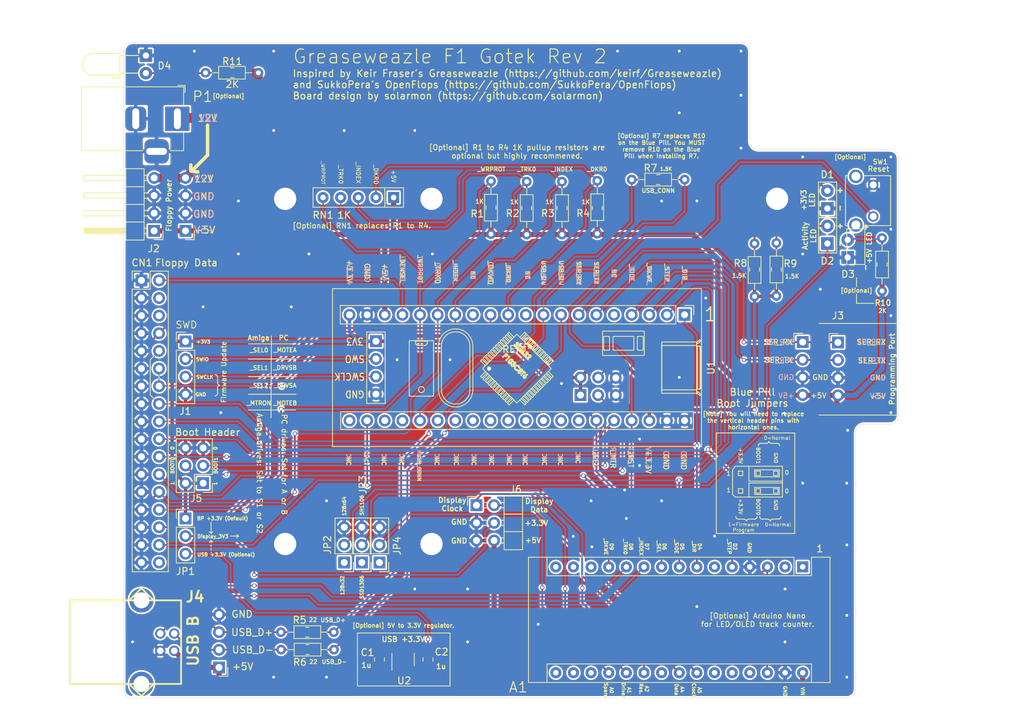
<source format=kicad_pcb>
(kicad_pcb (version 20171130) (host pcbnew "(5.1.2)-2")
  (title_block (title "Greaseweazle F1 Gotek Rev 2") (date 2020-12-08) (rev 2) (company solarmon))
  (layers (0 F.Cu signal) (31 B.Cu signal) (34 B.Paste user) (35 F.Paste user) (36 B.SilkS user) (37 F.SilkS user) (38 B.Mask user) (39 F.Mask user) (44 Edge.Cuts user))
  (net 0 "")
  (net 1 GND)
  (net 2 +3V3)
  (net 3 +5V)
  (net 4 "Net-(D1-Pad2)")
  (net 5 "Net-(CN1-Pad34)")
  (net 6 /_SIDE)
  (net 7 /_DKRD)
  (net 8 /_WRPROT)
  (net 9 /_TRK0)
  (net 10 /_DKWE)
  (net 11 /_DKWD)
  (net 12 /_STEP)
  (net 13 /_DIR)
  (net 14 /_INDEX)
  (net 15 "Net-(CN1-Pad6)")
  (net 16 "Net-(CN1-Pad4)")
  (net 17 /_DENSEL)
  (net 18 /USB_CONN)
  (net 19 /_SEL)
  (net 20 "Net-(U1-Pad34)")
  (net 21 "Net-(U1-Pad33)")
  (net 22 "Net-(U1-Pad13)")
  (net 23 "Net-(U1-Pad32)")
  (net 24 "Net-(U1-Pad31)")
  (net 25 "Net-(U1-Pad30)")
  (net 26 "Net-(U1-Pad10)")
  (net 27 "Net-(U1-Pad29)")
  (net 28 "Net-(U1-Pad28)")
  (net 29 "Net-(U1-Pad27)")
  (net 30 /SER_RX)
  (net 31 "Net-(U1-Pad26)")
  (net 32 /SER_TX)
  (net 33 "Net-(U1-Pad5)")
  (net 34 "Net-(U1-Pad24)")
  (net 35 "Net-(U1-Pad23)")
  (net 36 "Net-(U1-Pad21)")
  (net 37 /_MTR)
  (net 38 /USB_D+)
  (net 39 /USB_D-)
  (net 40 "Net-(D2-Pad2)")
  (net 41 /_ACT)
  (net 42 /_RST)
  (net 43 "Net-(D3-Pad2)")
  (net 44 /SWD_SWIO)
  (net 45 /SWD_SWCLK)
  (net 46 /BOOT0)
  (net 47 /BOOT1)
  (net 48 "Net-(J4-Pad2)")
  (net 49 "Net-(J4-Pad3)")
  (net 50 +12V)
  (net 51 "Net-(D4-Pad2)")
  (net 52 "Net-(U2-Pad4)")
  (net 53 "Net-(A1-Pad16)")
  (net 54 "Net-(A1-Pad15)")
  (net 55 "Net-(A1-Pad14)")
  (net 56 "Net-(A1-Pad13)")
  (net 57 "Net-(A1-Pad27)")
  (net 58 "Net-(A1-Pad26)")
  (net 59 "Net-(A1-Pad25)")
  (net 60 "Net-(A1-Pad22)")
  (net 61 "Net-(A1-Pad6)")
  (net 62 "Net-(A1-Pad18)")
  (net 63 "Net-(A1-Pad2)")
  (net 64 "Net-(A1-Pad17)")
  (net 65 "Net-(A1-Pad1)")
  (net 66 /Display_Clock)
  (net 67 /Display_Data)
  (net 68 /Display_3V3)
  (net 69 /USB_3V3)
  (net 70 /JP_OLED_DR)
  (net 71 /JP_OLED_RES)
  (net 72 "Net-(JP2-Pad1)")
  (net 73 "Net-(JP3-Pad1)")
  (net 74 /JP_SPARE)
  (net 75 "Net-(JP4-Pad1)")
  (module solarmon_library:3-digit-LED-Display (layer F.Cu) (at 205.613 113.03)
    (fp_text reference REF** hide)
    (fp_text value Display)
  )
  (module solarmon_library:Gotek_Lower_Case (layer F.Cu) (at 151.6634 85.8774)
    (fp_text reference REF** (at 0.254 -3.556) (layer F.SilkS))
    (fp_text value Gotek_Lower_Case)
  )
  (module Connector_PinHeader_2.54mm:PinHeader_1x03_P2.54mm_Vertical (layer F.Cu) (at 132.08 113.03 180)
    (fp_text reference JP4 (at -2.54 2.413 90) (layer F.SilkS))
    (fp_text value SPARE)
    (pad 3 thru_hole oval (at 0 5.08 180) (size 1.7 1.7) (drill 1) (layers *.Cu *.Mask) (net 1 GND))
    (pad 2 thru_hole oval (at 0 2.54 180) (size 1.7 1.7) (drill 1) (layers *.Cu *.Mask) (net 74 /JP_SPARE))
    (pad 1 thru_hole rect (at 0 0 180) (size 1.7 1.7) (drill 1) (layers *.Cu *.Mask) (net 75 "Net-(JP4-Pad1)"))
  )
  (module Connector_PinHeader_2.54mm:PinHeader_1x03_P2.54mm_Vertical (layer F.Cu) (at 129.54 113.03 180)
    (fp_text reference JP3 (at -0.1524 11.2014 270) (layer F.SilkS))
    (fp_text value "OLED Driver" hide)
    (pad 3 thru_hole oval (at 0 5.08 180) (size 1.7 1.7) (drill 1) (layers *.Cu *.Mask) (net 1 GND))
    (pad 2 thru_hole oval (at 0 2.54 180) (size 1.7 1.7) (drill 1) (layers *.Cu *.Mask) (net 70 /JP_OLED_DR))
    (pad 1 thru_hole rect (at 0 0 180) (size 1.7 1.7) (drill 1) (layers *.Cu *.Mask) (net 73 "Net-(JP3-Pad1)"))
  )
  (module Connector_PinHeader_2.54mm:PinHeader_1x03_P2.54mm_Vertical (layer F.Cu) (at 127 113.03 180)
    (fp_text reference JP2 (at 2.413 2.54 270) (layer F.SilkS))
    (fp_text value "OLED Resolution" hide)
    (pad 3 thru_hole oval (at 0 5.08 180) (size 1.7 1.7) (drill 1) (layers *.Cu *.Mask) (net 1 GND))
    (pad 2 thru_hole oval (at 0 2.54 180) (size 1.7 1.7) (drill 1) (layers *.Cu *.Mask) (net 71 /JP_OLED_RES))
    (pad 1 thru_hole rect (at 0 0 180) (size 1.7 1.7) (drill 1) (layers *.Cu *.Mask) (net 72 "Net-(JP2-Pad1)"))
  )
  (module Connector_PinHeader_2.54mm:PinHeader_1x03_P2.54mm_Vertical (layer F.Cu) (at 104.14 106.68)
    (fp_text reference JP1 (at 0 7.62) (layer F.SilkS))
    (fp_text value "+3.3V Jumper")
    (pad 3 thru_hole oval (at 0 5.08) (size 1.7 1.7) (drill 1) (layers *.Cu *.Mask) (net 69 /USB_3V3))
    (pad 2 thru_hole oval (at 0 2.54) (size 1.7 1.7) (drill 1) (layers *.Cu *.Mask) (net 68 /Display_3V3))
    (pad 1 thru_hole rect (at 0 0) (size 1.7 1.7) (drill 1) (layers *.Cu *.Mask) (net 2 +3V3))
  )
  (module Connector_PinHeader_2.54mm:PinHeader_2x03_P2.54mm_Horizontal (layer F.Cu) (at 146.05 104.775)
    (fp_text reference J6 (at 5.655 -2.27) (layer F.SilkS))
    (fp_text value LEDC68)
    (pad 6 thru_hole oval (at 2.54 5.08) (size 1.7 1.7) (drill 1) (layers *.Cu *.Mask) (net 3 +5V))
    (pad 5 thru_hole oval (at 0 5.08) (size 1.7 1.7) (drill 1) (layers *.Cu *.Mask) (net 1 GND))
    (pad 4 thru_hole oval (at 2.54 2.54) (size 1.7 1.7) (drill 1) (layers *.Cu *.Mask) (net 68 /Display_3V3))
    (pad 3 thru_hole oval (at 0 2.54) (size 1.7 1.7) (drill 1) (layers *.Cu *.Mask) (net 1 GND))
    (pad 2 thru_hole oval (at 2.54 0) (size 1.7 1.7) (drill 1) (layers *.Cu *.Mask) (net 67 /Display_Data))
    (pad 1 thru_hole rect (at 0 0) (size 1.7 1.7) (drill 1) (layers *.Cu *.Mask) (net 66 /Display_Clock))
  )
  (module Connector_PinHeader_2.54mm:PinHeader_1x04_P2.54mm_Horizontal (layer F.Cu) (at 193.04 81.28)
    (fp_text reference J3 hide)
    (fp_text value PinHeader_1x04_P2.54mm_Vertical)
    (pad 1 thru_hole rect (at 0 0) (size 1.7 1.7) (drill 1) (layers *.Cu *.Mask) (net 30 /SER_RX))
    (pad 2 thru_hole oval (at 0 2.54) (size 1.7 1.7) (drill 1) (layers *.Cu *.Mask) (net 32 /SER_TX))
    (pad 3 thru_hole oval (at 0 5.08) (size 1.7 1.7) (drill 1) (layers *.Cu *.Mask) (net 1 GND))
    (pad 4 thru_hole oval (at 0 7.62) (size 1.7 1.7) (drill 1) (layers *.Cu *.Mask) (net 3 +5V))
  )
  (module Connector_PinHeader_2.54mm:PinHeader_1x04_P2.54mm_Horizontal (layer F.Cu) (at 104.14 65.2526 180)
    (fp_text reference J2 hide)
    (fp_text value PinHeader_1x04_P2.54mm_Vertical)
    (pad 1 thru_hole rect (at 0 0 180) (size 1.7 1.7) (drill 1) (layers *.Cu *.Mask) (net 3 +5V))
    (pad 2 thru_hole oval (at 0 2.54 180) (size 1.7 1.7) (drill 1) (layers *.Cu *.Mask) (net 1 GND))
    (pad 3 thru_hole oval (at 0 5.08 180) (size 1.7 1.7) (drill 1) (layers *.Cu *.Mask) (net 1 GND))
    (pad 4 thru_hole oval (at 0 7.62 180) (size 1.7 1.7) (drill 1) (layers *.Cu *.Mask) (net 50 +12V))
  )
  (module solarmon_library:3-digit-LED-Display (layer F.Cu) (at 222.123 116.205)
    (fp_text reference REF** hide)
    (fp_text value Display)
  )
  (module Module:Arduino_Nano (layer F.Cu) (at 193.04 113.665 270)
    (fp_text reference A1 (at 17.3228 40.9702 180) (layer F.SilkS) (effects (font (size 1.5 1.5))))
    (fp_text value Arduino_Nano_v3.x)
    (pad 16 thru_hole oval (at 15.24 35.56 270) (size 1.6 1.6) (drill 0.8) (layers *.Cu *.Mask) (net 53 "Net-(A1-Pad16)"))
    (pad 15 thru_hole oval (at 0 35.56 270) (size 1.6 1.6) (drill 0.8) (layers *.Cu *.Mask) (net 54 "Net-(A1-Pad15)"))
    (pad 30 thru_hole oval (at 15.24 0 270) (size 1.6 1.6) (drill 0.8) (layers *.Cu *.Mask) (net 3 +5V))
    (pad 14 thru_hole oval (at 0 33.02 270) (size 1.6 1.6) (drill 0.8) (layers *.Cu *.Mask) (net 55 "Net-(A1-Pad14)"))
    (pad 29 thru_hole oval (at 15.24 2.54 270) (size 1.6 1.6) (drill 0.8) (layers *.Cu *.Mask) (net 1 GND))
    (pad 13 thru_hole oval (at 0 30.48 270) (size 1.6 1.6) (drill 0.8) (layers *.Cu *.Mask) (net 56 "Net-(A1-Pad13)"))
    (pad 28 thru_hole oval (at 15.24 5.08 270) (size 1.6 1.6) (drill 0.8) (layers *.Cu *.Mask) (net 42 /_RST))
    (pad 12 thru_hole oval (at 0 27.94 270) (size 1.6 1.6) (drill 0.8) (layers *.Cu *.Mask) (net 10 /_DKWE))
    (pad 27 thru_hole oval (at 15.24 7.62 270) (size 1.6 1.6) (drill 0.8) (layers *.Cu *.Mask) (net 57 "Net-(A1-Pad27)"))
    (pad 11 thru_hole oval (at 0 25.4 270) (size 1.6 1.6) (drill 0.8) (layers *.Cu *.Mask) (net 9 /_TRK0))
    (pad 26 thru_hole oval (at 15.24 10.16 270) (size 1.6 1.6) (drill 0.8) (layers *.Cu *.Mask) (net 58 "Net-(A1-Pad26)"))
    (pad 10 thru_hole oval (at 0 22.86 270) (size 1.6 1.6) (drill 0.8) (layers *.Cu *.Mask) (net 14 /_INDEX))
    (pad 25 thru_hole oval (at 15.24 12.7 270) (size 1.6 1.6) (drill 0.8) (layers *.Cu *.Mask) (net 59 "Net-(A1-Pad25)"))
    (pad 9 thru_hole oval (at 0 20.32 270) (size 1.6 1.6) (drill 0.8) (layers *.Cu *.Mask) (net 19 /_SEL))
    (pad 24 thru_hole oval (at 15.24 15.24 270) (size 1.6 1.6) (drill 0.8) (layers *.Cu *.Mask) (net 66 /Display_Clock))
    (pad 8 thru_hole oval (at 0 17.78 270) (size 1.6 1.6) (drill 0.8) (layers *.Cu *.Mask) (net 6 /_SIDE))
    (pad 23 thru_hole oval (at 15.24 17.78 270) (size 1.6 1.6) (drill 0.8) (layers *.Cu *.Mask) (net 67 /Display_Data))
    (pad 7 thru_hole oval (at 0 15.24 270) (size 1.6 1.6) (drill 0.8) (layers *.Cu *.Mask) (net 13 /_DIR))
    (pad 22 thru_hole oval (at 15.24 20.32 270) (size 1.6 1.6) (drill 0.8) (layers *.Cu *.Mask) (net 60 "Net-(A1-Pad22)"))
    (pad 6 thru_hole oval (at 0 12.7 270) (size 1.6 1.6) (drill 0.8) (layers *.Cu *.Mask) (net 61 "Net-(A1-Pad6)"))
    (pad 21 thru_hole oval (at 15.24 22.86 270) (size 1.6 1.6) (drill 0.8) (layers *.Cu *.Mask) (net 71 /JP_OLED_RES))
    (pad 5 thru_hole oval (at 0 10.16 270) (size 1.6 1.6) (drill 0.8) (layers *.Cu *.Mask) (net 12 /_STEP))
    (pad 20 thru_hole oval (at 15.24 25.4 270) (size 1.6 1.6) (drill 0.8) (layers *.Cu *.Mask) (net 70 /JP_OLED_DR))
    (pad 4 thru_hole oval (at 0 7.62 270) (size 1.6 1.6) (drill 0.8) (layers *.Cu *.Mask) (net 1 GND))
    (pad 19 thru_hole oval (at 15.24 27.94 270) (size 1.6 1.6) (drill 0.8) (layers *.Cu *.Mask) (net 74 /JP_SPARE))
    (pad 3 thru_hole oval (at 0 5.08 270) (size 1.6 1.6) (drill 0.8) (layers *.Cu *.Mask) (net 42 /_RST))
    (pad 18 thru_hole oval (at 15.24 30.48 270) (size 1.6 1.6) (drill 0.8) (layers *.Cu *.Mask) (net 62 "Net-(A1-Pad18)"))
    (pad 2 thru_hole oval (at 0 2.54 270) (size 1.6 1.6) (drill 0.8) (layers *.Cu *.Mask) (net 63 "Net-(A1-Pad2)"))
    (pad 17 thru_hole oval (at 15.24 33.02 270) (size 1.6 1.6) (drill 0.8) (layers *.Cu *.Mask) (net 64 "Net-(A1-Pad17)"))
    (pad 1 thru_hole rect (at 0 0 270) (size 1.6 1.6) (drill 0.8) (layers *.Cu *.Mask) (net 65 "Net-(A1-Pad1)"))
  )
  (module Capacitor_SMD:C_0805_2012Metric_Pad1.15x1.40mm_HandSolder (layer F.Cu) (at 139.065 127 270)
    (fp_text reference C2 (at -1.0922 -1.9558 180) (layer F.SilkS))
    (fp_text value 1u (at 0.9906 -1.8796 180) (layer F.SilkS) (effects (font (size 0.75 0.75))))
    (pad 2 smd roundrect (at 1.025 0 270) (size 1.15 1.4) (layers F.Cu F.Paste F.Mask) (roundrect_rratio 0.217391) (net 1 GND))
    (pad 1 smd roundrect (at -1.025 0 270) (size 1.15 1.4) (layers F.Cu F.Paste F.Mask) (roundrect_rratio 0.217391) (net 69 /USB_3V3))
  )
  (module Capacitor_SMD:C_0805_2012Metric_Pad1.15x1.40mm_HandSolder (layer F.Cu) (at 132.08 127 90)
    (fp_text reference C1 (at 1.016 -1.7272 180) (layer F.SilkS))
    (fp_text value 1u (at -0.8128 -1.8796 180) (layer F.SilkS) (effects (font (size 0.75 0.75))))
    (pad 2 smd roundrect (at 1.025 0 90) (size 1.15 1.4) (layers F.Cu F.Paste F.Mask) (roundrect_rratio 0.217391) (net 1 GND))
    (pad 1 smd roundrect (at -1.025 0 90) (size 1.15 1.4) (layers F.Cu F.Paste F.Mask) (roundrect_rratio 0.217391) (net 3 +5V))
  )
  (module Package_TO_SOT_SMD:SOT-23-5 (layer F.Cu) (at 135.478201 127 90)
    (fp_text reference U2 (at -3.048 0.157799 180) (layer F.SilkS))
    (fp_text value AP2112K-3.3)
    (pad 5 smd rect (at 1.1 -0.95 90) (size 1.06 0.65) (layers F.Cu F.Paste F.Mask) (net 69 /USB_3V3))
    (pad 4 smd rect (at 1.1 0.95 90) (size 1.06 0.65) (layers F.Cu F.Paste F.Mask) (net 52 "Net-(U2-Pad4)"))
    (pad 3 smd rect (at -1.1 0.95 90) (size 1.06 0.65) (layers F.Cu F.Paste F.Mask) (net 3 +5V))
    (pad 2 smd rect (at -1.1 0 90) (size 1.06 0.65) (layers F.Cu F.Paste F.Mask) (net 1 GND))
    (pad 1 smd rect (at -1.1 -0.95 90) (size 1.06 0.65) (layers F.Cu F.Paste F.Mask) (net 3 +5V))
  )
  (module Connector_PinHeader_2.54mm:PinHeader_2x03_P2.54mm_Vertical (layer F.Cu) (at 106.68 101.6 180)
    (fp_text reference J5 (at 0.9906 -2.1844) (layer F.SilkS))
    (fp_text value "Boot Header" (at -0.635 7.3406) (layer F.SilkS))
    (pad 6 thru_hole oval (at 2.54 5.08 180) (size 1.7 1.7) (drill 1) (layers *.Cu *.Mask) (net 1 GND))
    (pad 5 thru_hole oval (at 0 5.08 180) (size 1.7 1.7) (drill 1) (layers *.Cu *.Mask) (net 1 GND))
    (pad 4 thru_hole oval (at 2.54 2.54 180) (size 1.7 1.7) (drill 1) (layers *.Cu *.Mask) (net 47 /BOOT1))
    (pad 3 thru_hole oval (at 0 2.54 180) (size 1.7 1.7) (drill 1) (layers *.Cu *.Mask) (net 46 /BOOT0))
    (pad 2 thru_hole oval (at 2.54 0 180) (size 1.7 1.7) (drill 1) (layers *.Cu *.Mask) (net 2 +3V3))
    (pad 1 thru_hole rect (at 0 0 180) (size 1.7 1.7) (drill 1) (layers *.Cu *.Mask) (net 2 +3V3))
  )
  (module Connector_PinHeader_2.54mm:PinHeader_1x04_P2.54mm_Vertical (layer F.Cu) (at 104.14 81.1784)
    (fp_text reference J1 (at -0.0254 10.0584) (layer F.SilkS))
    (fp_text value SWD)
    (pad 4 thru_hole oval (at 0 7.62) (size 1.7 1.7) (drill 1) (layers *.Cu *.Mask) (net 1 GND))
    (pad 3 thru_hole oval (at 0 5.08) (size 1.7 1.7) (drill 1) (layers *.Cu *.Mask) (net 45 /SWD_SWCLK))
    (pad 2 thru_hole oval (at 0 2.54) (size 1.7 1.7) (drill 1) (layers *.Cu *.Mask) (net 44 /SWD_SWIO))
    (pad 1 thru_hole rect (at 0 0) (size 1.7 1.7) (drill 1) (layers *.Cu *.Mask) (net 2 +3V3))
  )
  (module Kicad-STM32-master:YAAJ_BluePill_SWD_1_BootPins (layer F.Cu) (at 176.022 77.343 270)
    (fp_text reference U1 (at 7.62 -3.81 270) (layer F.SilkS))
    (fp_text value "Blue Pill" hide)
    (fp_text user 3V3 (at 3.81 47.498 180 unlocked) (layer F.SilkS) (effects (font (size 1 0.9))))
    (fp_text user SWO (at 6.35 47.498 180 unlocked) (layer F.SilkS) (effects (font (size 1 0.9))))
    (fp_text user SWCLK (at 8.89 48.26 180 unlocked) (layer F.SilkS) (effects (font (size 1 0.9))))
    (fp_text user GND (at 11.43 47.498 180 unlocked) (layer F.SilkS) (effects (font (size 1 0.9))))
    (pad 41 thru_hole rect (at 3.81 44.45 270) (size 1.7 1.7) (drill 1) (layers *.Cu *.Mask) (net 2 +3V3))
    (pad 42 thru_hole circle (at 6.35 44.45 270) (size 1.7 1.7) (drill 1) (layers *.Cu *.Mask) (net 44 /SWD_SWIO))
    (pad 43 thru_hole circle (at 8.89 44.45 270) (size 1.7 1.7) (drill 1) (layers *.Cu *.Mask) (net 45 /SWD_SWCLK))
    (pad 44 thru_hole circle (at 11.43 44.45 270) (size 1.7 1.7) (drill 1) (layers *.Cu *.Mask) (net 1 GND))
    (pad 40 thru_hole circle (at 15.24 0 270) (size 1.7 1.7) (drill 1) (layers *.Cu *.Mask) (net 1 GND))
    (pad 1 thru_hole rect (at 0 0 270) (size 1.7 1.7) (drill 1) (layers *.Cu *.Mask) (net 13 /_DIR))
    (pad 39 thru_hole circle (at 15.24 2.54 270) (size 1.7 1.7) (drill 1) (layers *.Cu *.Mask) (net 1 GND))
    (pad 2 thru_hole circle (at 0 2.54 270) (size 1.7 1.7) (drill 1) (layers *.Cu *.Mask) (net 12 /_STEP))
    (pad 38 thru_hole circle (at 15.24 5.08 270) (size 1.7 1.7) (drill 1) (layers *.Cu *.Mask) (net 2 +3V3))
    (pad 3 thru_hole circle (at 0 5.08 270) (size 1.7 1.7) (drill 1) (layers *.Cu *.Mask) (net 10 /_DKWE))
    (pad 37 thru_hole circle (at 15.24 7.62 270) (size 1.7 1.7) (drill 1) (layers *.Cu *.Mask) (net 42 /_RST))
    (pad 4 thru_hole circle (at 0 7.62 270) (size 1.7 1.7) (drill 1) (layers *.Cu *.Mask) (net 6 /_SIDE))
    (pad 36 thru_hole circle (at 15.24 10.16 270) (size 1.7 1.7) (drill 1) (layers *.Cu *.Mask) (net 37 /_MTR))
    (pad 5 thru_hole circle (at 0 10.16 270) (size 1.7 1.7) (drill 1) (layers *.Cu *.Mask) (net 33 "Net-(U1-Pad5)"))
    (pad 35 thru_hole circle (at 15.24 12.7 270) (size 1.7 1.7) (drill 1) (layers *.Cu *.Mask) (net 19 /_SEL))
    (pad 6 thru_hole circle (at 0 12.7 270) (size 1.7 1.7) (drill 1) (layers *.Cu *.Mask) (net 32 /SER_TX))
    (pad 34 thru_hole circle (at 15.24 15.24 270) (size 1.7 1.7) (drill 1) (layers *.Cu *.Mask) (net 20 "Net-(U1-Pad34)"))
    (pad 7 thru_hole circle (at 0 15.24 270) (size 1.7 1.7) (drill 1) (layers *.Cu *.Mask) (net 30 /SER_RX))
    (pad 33 thru_hole circle (at 15.24 17.78 270) (size 1.7 1.7) (drill 1) (layers *.Cu *.Mask) (net 21 "Net-(U1-Pad33)"))
    (pad 8 thru_hole circle (at 0 17.78 270) (size 1.7 1.7) (drill 1) (layers *.Cu *.Mask) (net 39 /USB_D-))
    (pad 32 thru_hole circle (at 15.24 20.32 270) (size 1.7 1.7) (drill 1) (layers *.Cu *.Mask) (net 23 "Net-(U1-Pad32)"))
    (pad 9 thru_hole circle (at 0 20.32 270) (size 1.7 1.7) (drill 1) (layers *.Cu *.Mask) (net 38 /USB_D+))
    (pad 31 thru_hole circle (at 15.24 22.86 270) (size 1.7 1.7) (drill 1) (layers *.Cu *.Mask) (net 24 "Net-(U1-Pad31)"))
    (pad 10 thru_hole circle (at 0 22.86 270) (size 1.7 1.7) (drill 1) (layers *.Cu *.Mask) (net 26 "Net-(U1-Pad10)"))
    (pad 30 thru_hole circle (at 15.24 25.4 270) (size 1.7 1.7) (drill 1) (layers *.Cu *.Mask) (net 25 "Net-(U1-Pad30)"))
    (pad 11 thru_hole circle (at 0 25.4 270) (size 1.7 1.7) (drill 1) (layers *.Cu *.Mask) (net 7 /_DKRD))
    (pad 29 thru_hole circle (at 15.24 27.94 270) (size 1.7 1.7) (drill 1) (layers *.Cu *.Mask) (net 27 "Net-(U1-Pad29)"))
    (pad 12 thru_hole circle (at 0 27.94 270) (size 1.7 1.7) (drill 1) (layers *.Cu *.Mask) (net 11 /_DKWD))
    (pad 28 thru_hole circle (at 15.24 30.48 270) (size 1.7 1.7) (drill 1) (layers *.Cu *.Mask) (net 28 "Net-(U1-Pad28)"))
    (pad 13 thru_hole circle (at 0 30.48 270) (size 1.7 1.7) (drill 1) (layers *.Cu *.Mask) (net 22 "Net-(U1-Pad13)"))
    (pad 27 thru_hole circle (at 15.24 33.02 270) (size 1.7 1.7) (drill 1) (layers *.Cu *.Mask) (net 29 "Net-(U1-Pad27)"))
    (pad 14 thru_hole circle (at 0 33.02 270) (size 1.7 1.7) (drill 1) (layers *.Cu *.Mask) (net 14 /_INDEX))
    (pad 26 thru_hole circle (at 15.24 35.56 270) (size 1.7 1.7) (drill 1) (layers *.Cu *.Mask) (net 31 "Net-(U1-Pad26)"))
    (pad 15 thru_hole circle (at 0 35.56 270) (size 1.7 1.7) (drill 1) (layers *.Cu *.Mask) (net 9 /_TRK0))
    (pad 25 thru_hole circle (at 15.24 38.1 270) (size 1.7 1.7) (drill 1) (layers *.Cu *.Mask) (net 18 /USB_CONN))
    (pad 16 thru_hole circle (at 0 38.1 270) (size 1.7 1.7) (drill 1) (layers *.Cu *.Mask) (net 8 /_WRPROT))
    (pad 24 thru_hole circle (at 15.24 40.64 270) (size 1.7 1.7) (drill 1) (layers *.Cu *.Mask) (net 34 "Net-(U1-Pad24)"))
    (pad 17 thru_hole circle (at 0 40.64 270) (size 1.7 1.7) (drill 1) (layers *.Cu *.Mask) (net 17 /_DENSEL))
    (pad 23 thru_hole circle (at 15.24 43.18 270) (size 1.7 1.7) (drill 1) (layers *.Cu *.Mask) (net 35 "Net-(U1-Pad23)"))
    (pad 18 thru_hole circle (at 0 43.18 270) (size 1.7 1.7) (drill 1) (layers *.Cu *.Mask) (net 3 +5V))
    (pad 22 thru_hole circle (at 15.24 45.72 270) (size 1.7 1.7) (drill 1) (layers *.Cu *.Mask) (net 41 /_ACT))
    (pad 19 thru_hole circle (at 0 45.72 270) (size 1.7 1.7) (drill 1) (layers *.Cu *.Mask) (net 1 GND))
    (pad 21 thru_hole circle (at 15.24 48.26 270) (size 1.7 1.7) (drill 1) (layers *.Cu *.Mask) (net 36 "Net-(U1-Pad21)"))
    (pad 20 thru_hole circle (at 0 48.26 270) (size 1.7 1.7) (drill 1) (layers *.Cu *.Mask) (net 2 +3V3))
    (pad 46 thru_hole circle (at 11.5697 12.446 270) (size 1.7 1.7) (drill 1) (layers *.Cu *.Mask) (net 46 /BOOT0))
    (pad 47 thru_hole circle (at 11.5697 9.906 270) (size 1.7 1.7) (drill 1) (layers *.Cu *.Mask) (net 1 GND))
    (pad 45 thru_hole rect (at 11.5697 14.986 270) (size 1.7 1.7) (drill 1) (layers *.Cu *.Mask) (net 2 +3V3))
    (pad 50 thru_hole circle (at 9.0932 9.906 270) (size 1.7 1.7) (drill 1) (layers *.Cu *.Mask) (net 1 GND))
    (pad 49 thru_hole circle (at 9.0297 12.446 270) (size 1.7 1.7) (drill 1) (layers *.Cu *.Mask) (net 47 /BOOT1))
    (pad 48 thru_hole circle (at 9.0297 14.986 270) (size 1.7 1.7) (drill 1) (layers *.Cu *.Mask) (net 2 +3V3))
  )
  (module Resistor_THT:R_Axial_DIN0204_L3.6mm_D1.6mm_P7.62mm_Horizontal (layer F.Cu) (at 114.6429 42.4815 180)
    (fp_text reference R11 hide)
    (fp_text value R_Axial_DIN0204_L3.6mm_D1.6mm_P7.62mm_Horizontal)
    (pad 1 thru_hole circle (at 0 0 180) (size 1.4 1.4) (drill 0.7) (layers *.Cu *.Mask) (net 50 +12V))
    (pad 2 thru_hole oval (at 7.62 0 180) (size 1.4 1.4) (drill 0.7) (layers *.Cu *.Mask) (net 51 "Net-(D4-Pad2)"))
  )
  (module Resistor_SMD:R_0805_2012Metric (layer F.Cu) (at 110.8837 42.4942)
    (fp_text reference R11 (at 0 -1.65) (layer F.SilkS))
    (fp_text value 2K (at 0 1.65) (layer F.SilkS))
    (pad 2 smd roundrect (at 0.9375 0) (size 0.975 1.4) (layers F.Cu F.Paste F.Mask) (net 50 +12V))
    (pad 1 smd roundrect (at -0.9375 0) (size 0.975 1.4) (layers F.Cu F.Paste F.Mask) (net 51 "Net-(D4-Pad2)"))
  )
  (module LED_THT:LED_D3.0mm_Horizontal_O3.81mm_Z6.0mm (layer F.Cu) (at 98.4377 40.005 270)
    (fp_text reference D4 (at 1.4732 -2.667 180) (layer F.SilkS))
    (fp_text value "+5V LED")
    (pad 2 thru_hole circle (at 2.54 0 270) (size 1.8 1.8) (drill 0.9) (layers *.Cu *.Mask) (net 51 "Net-(D4-Pad2)"))
    (pad 1 thru_hole rect (at 0 0 270) (size 1.8 1.8) (drill 0.9) (layers *.Cu *.Mask) (net 1 GND))
  )
  (module Connector_BarrelJack:BarrelJack_Horizontal (layer F.Cu) (at 102.9716 49.1109)
    (fp_text reference P1 (at 3.6322 -3.1877) (layer F.SilkS) (effects (font (size 1.5 1.5))))
    (fp_text value "12V Power")
    (pad 3 thru_hole roundrect (at -3 4.7) (size 3.5 3.5) (drill oval 3 1) (layers *.Cu *.Mask) (net 1 GND))
    (pad 2 thru_hole roundrect (at -6 0) (size 3 3.5) (drill oval 1 3) (layers *.Cu *.Mask) (net 1 GND))
    (pad 1 thru_hole rect (at 0 0) (size 3.5 3.5) (drill oval 1 3) (layers *.Cu *.Mask) (net 50 +12V))
  )
  (module Connector_PinHeader_2.54mm:PinHeader_1x04_P2.54mm_Horizontal (layer F.Cu) (at 108.966 128.143 180)
    (fp_text reference J1 hide)
    (fp_text value PinHeader_1x04_P2.54mm_Vertical)
    (pad 4 thru_hole oval (at 0 7.62 180) (size 1.7 1.7) (drill 1) (layers *.Cu *.Mask) (net 1 GND))
    (pad 3 thru_hole oval (at 0 5.08 180) (size 1.7 1.7) (drill 1) (layers *.Cu *.Mask) (net 49 "Net-(J4-Pad3)"))
    (pad 2 thru_hole oval (at 0 2.54 180) (size 1.7 1.7) (drill 1) (layers *.Cu *.Mask) (net 48 "Net-(J4-Pad2)"))
    (pad 1 thru_hole rect (at 0 0 180) (size 1.7 1.7) (drill 1) (layers *.Cu *.Mask) (net 3 +5V))
  )
  (module LED_THT:LED_D3.0mm_Horizontal_O3.81mm_Z6.0mm (layer F.Cu) (at 199.517 69.088 90)
    (fp_text reference D3 (at -2.413 0.0635 180) (layer F.SilkS))
    (fp_text value "+5V LED")
    (pad 2 thru_hole circle (at 2.54 0 90) (size 1.8 1.8) (drill 0.9) (layers *.Cu *.Mask) (net 43 "Net-(D3-Pad2)"))
    (pad 1 thru_hole rect (at 0 0 90) (size 1.8 1.8) (drill 0.9) (layers *.Cu *.Mask) (net 1 GND))
  )
  (module Resistor_THT:R_Axial_DIN0204_L3.6mm_D1.6mm_P7.62mm_Horizontal (layer F.Cu) (at 204.47 66.294 270)
    (fp_text reference R10 hide)
    (fp_text value R_Axial_DIN0204_L3.6mm_D1.6mm_P7.62mm_Horizontal)
    (pad 2 thru_hole oval (at 7.62 0 270) (size 1.4 1.4) (drill 0.7) (layers *.Cu *.Mask) (net 3 +5V))
    (pad 1 thru_hole circle (at 0 0 270) (size 1.4 1.4) (drill 0.7) (layers *.Cu *.Mask) (net 43 "Net-(D3-Pad2)"))
  )
  (module Resistor_SMD:R_0805_2012Metric (layer F.Cu) (at 204.47 70.104 270)
    (fp_text reference R10 (at 5.5245 -0.127 180) (layer F.SilkS) (effects (font (size 0.8 0.8))))
    (fp_text value 2K (at 6.6675 -0.0635 180) (layer F.SilkS) (effects (font (size 0.6 0.6) (thickness 0.125))))
    (pad 2 smd roundrect (at 0.9375 0 270) (size 0.975 1.4) (layers F.Cu F.Paste F.Mask) (net 3 +5V))
    (pad 1 smd roundrect (at -0.9375 0 270) (size 0.975 1.4) (layers F.Cu F.Paste F.Mask) (net 43 "Net-(D3-Pad2)"))
  )
  (module w_conn_pc:conn_usb_B (layer F.Cu) (at 95.504 124.5 270)
    (fp_text reference J4 (at -6.5278 -10.0076 180) (layer F.SilkS) (effects (font (size 1.524 1.524) (thickness 0.3048))))
    (fp_text value "USB B" (at -0.1778 -9.7282 90) (layer F.SilkS) (effects (font (size 1.524 1.524) (thickness 0.3048))))
    (pad "" thru_hole circle (at 6.0198 -2.286 270) (size 3.50012 3.50012) (drill 2.30124) (layers *.Cu *.Mask))
    (pad "" thru_hole circle (at -6.0198 -2.286 270) (size 3.50012 3.50012) (drill 2.30124) (layers *.Cu *.Mask))
    (pad 2 thru_hole circle (at -1.2446 -7.0104 270) (size 1.50114 1.50114) (drill 0.94996) (layers *.Cu *.Mask) (net 48 "Net-(J4-Pad2)"))
    (pad 1 thru_hole circle (at 1.2446 -7.0104 270) (size 1.50114 1.50114) (drill 0.94996) (layers *.Cu *.Mask) (net 3 +5V))
    (pad 4 thru_hole circle (at 1.2446 -5.0038 270) (size 1.50114 1.50114) (drill 0.94996) (layers *.Cu *.Mask) (net 1 GND))
    (pad 3 thru_hole circle (at -1.2446 -5.0038 270) (size 1.50114 1.50114) (drill 0.94996) (layers *.Cu *.Mask) (net 49 "Net-(J4-Pad3)"))
  )
  (module Connector_PinHeader_2.54mm:PinHeader_1x04_P2.54mm_Horizontal (layer F.Cu) (at 198.12 81.3308)
    (fp_text reference J3 (at 0 -3.8608) (layer F.SilkS))
    (fp_text value "Programming Port" (at 7.7978 3.8354 90) (layer F.SilkS) (effects (font (size 0.75 0.75))))
    (pad 4 thru_hole oval (at 0 7.62) (size 1.7 1.7) (drill 1) (layers *.Cu *.Mask) (net 3 +5V))
    (pad 3 thru_hole oval (at 0 5.08) (size 1.7 1.7) (drill 1) (layers *.Cu *.Mask) (net 1 GND))
    (pad 2 thru_hole oval (at 0 2.54) (size 1.7 1.7) (drill 1) (layers *.Cu *.Mask) (net 32 /SER_TX))
    (pad 1 thru_hole rect (at 0 0) (size 1.7 1.7) (drill 1) (layers *.Cu *.Mask) (net 30 /SER_RX))
  )
  (module LED_THT:LED_D3.0mm_Horizontal_O6.35mm_Z10.0mm (layer F.Cu) (at 196.596 67.0814 90)
    (fp_text reference D2 (at -2.5146 0 180) (layer F.SilkS))
    (fp_text value "ACT LED")
    (pad 2 thru_hole circle (at 2.54 0 90) (size 1.8 1.8) (drill 0.9) (layers *.Cu *.Mask) (net 40 "Net-(D2-Pad2)"))
    (pad 1 thru_hole rect (at 0 0 90) (size 1.8 1.8) (drill 0.9) (layers *.Cu *.Mask) (net 41 /_ACT))
  )
  (module LED_THT:LED_D3.0mm_Horizontal_O6.35mm_Z10.0mm (layer F.Cu) (at 196.596 62.0268 90)
    (fp_text reference D1 (at 4.8768 0 180) (layer F.SilkS))
    (fp_text value "+3V3 LED")
    (pad 2 thru_hole circle (at 2.54 0 90) (size 1.8 1.8) (drill 0.9) (layers *.Cu *.Mask) (net 4 "Net-(D1-Pad2)"))
    (pad 1 thru_hole rect (at 0 0 90) (size 1.8 1.8) (drill 0.9) (layers *.Cu *.Mask) (net 1 GND))
  )
  (module Connector_PinHeader_2.54mm:PinHeader_1x04_P2.54mm_Horizontal (layer F.Cu) (at 99.6188 65.2526 180)
    (fp_text reference J2 (at 0.0508 -2.5654 180) (layer F.SilkS))
    (fp_text value "Floppy Power" (at -2.1336 3.683 270) (layer F.SilkS) (effects (font (size 0.75 0.75))))
    (pad 1 thru_hole rect (at 0 0 180) (size 1.7 1.7) (drill 1) (layers *.Cu *.Mask) (net 3 +5V))
    (pad 2 thru_hole oval (at 0 2.54 180) (size 1.7 1.7) (drill 1) (layers *.Cu *.Mask) (net 1 GND))
    (pad 3 thru_hole oval (at 0 5.08 180) (size 1.7 1.7) (drill 1) (layers *.Cu *.Mask) (net 1 GND))
    (pad 4 thru_hole oval (at 0 7.62 180) (size 1.7 1.7) (drill 1) (layers *.Cu *.Mask) (net 50 +12V))
  )
  (module Resistor_THT:R_Axial_DIN0204_L3.6mm_D1.6mm_P7.62mm_Horizontal (layer F.Cu) (at 148.1455 65.7225 90)
    (fp_text reference R1 hide)
    (fp_text value R_Axial_DIN0204_L3.6mm_D1.6mm_P7.62mm_Horizontal)
    (pad 2 thru_hole oval (at 7.62 0 90) (size 1.4 1.4) (drill 0.7) (layers *.Cu *.Mask) (net 8 /_WRPROT))
    (pad 1 thru_hole circle (at 0 0 90) (size 1.4 1.4) (drill 0.7) (layers *.Cu *.Mask) (net 3 +5V))
  )
  (module Resistor_THT:R_Axial_DIN0204_L3.6mm_D1.6mm_P7.62mm_Horizontal (layer F.Cu) (at 153.289 65.786 90)
    (fp_text reference R2 hide)
    (fp_text value R_Axial_DIN0204_L3.6mm_D1.6mm_P7.62mm_Horizontal)
    (pad 1 thru_hole circle (at 0 0 90) (size 1.4 1.4) (drill 0.7) (layers *.Cu *.Mask) (net 3 +5V))
    (pad 2 thru_hole oval (at 7.62 0 90) (size 1.4 1.4) (drill 0.7) (layers *.Cu *.Mask) (net 9 /_TRK0))
  )
  (module Resistor_THT:R_Axial_DIN0204_L3.6mm_D1.6mm_P7.62mm_Horizontal (layer F.Cu) (at 158.369 65.786 90)
    (fp_text reference R3 hide)
    (fp_text value R_Axial_DIN0204_L3.6mm_D1.6mm_P7.62mm_Horizontal)
    (pad 2 thru_hole oval (at 7.62 0 90) (size 1.4 1.4) (drill 0.7) (layers *.Cu *.Mask) (net 14 /_INDEX))
    (pad 1 thru_hole circle (at 0 0 90) (size 1.4 1.4) (drill 0.7) (layers *.Cu *.Mask) (net 3 +5V))
  )
  (module Resistor_THT:R_Axial_DIN0204_L3.6mm_D1.6mm_P7.62mm_Horizontal (layer F.Cu) (at 163.449 65.659 90)
    (fp_text reference R4 hide)
    (fp_text value R_Axial_DIN0204_L3.6mm_D1.6mm_P7.62mm_Horizontal)
    (pad 1 thru_hole circle (at 0 0 90) (size 1.4 1.4) (drill 0.7) (layers *.Cu *.Mask) (net 3 +5V))
    (pad 2 thru_hole oval (at 7.62 0 90) (size 1.4 1.4) (drill 0.7) (layers *.Cu *.Mask) (net 7 /_DKRD))
  )
  (module Resistor_THT:R_Axial_DIN0204_L3.6mm_D1.6mm_P7.62mm_Horizontal (layer F.Cu) (at 117.8814 123.063)
    (fp_text reference R5 hide)
    (fp_text value R_Axial_DIN0204_L3.6mm_D1.6mm_P7.62mm_Horizontal)
    (pad 2 thru_hole oval (at 7.62 0) (size 1.4 1.4) (drill 0.7) (layers *.Cu *.Mask) (net 38 /USB_D+))
    (pad 1 thru_hole circle (at 0 0) (size 1.4 1.4) (drill 0.7) (layers *.Cu *.Mask) (net 49 "Net-(J4-Pad3)"))
  )
  (module Resistor_THT:R_Axial_DIN0204_L3.6mm_D1.6mm_P7.62mm_Horizontal (layer F.Cu) (at 117.9068 125.5776)
    (fp_text reference R6 hide)
    (fp_text value R_Axial_DIN0204_L3.6mm_D1.6mm_P7.62mm_Horizontal)
    (pad 1 thru_hole circle (at 0 0) (size 1.4 1.4) (drill 0.7) (layers *.Cu *.Mask) (net 48 "Net-(J4-Pad2)"))
    (pad 2 thru_hole oval (at 7.62 0) (size 1.4 1.4) (drill 0.7) (layers *.Cu *.Mask) (net 39 /USB_D-))
  )
  (module Resistor_THT:R_Axial_DIN0204_L3.6mm_D1.6mm_P7.62mm_Horizontal (layer F.Cu) (at 176.0347 57.8739 180)
    (fp_text reference R7 hide)
    (fp_text value R_Axial_DIN0204_L3.6mm_D1.6mm_P7.62mm_Horizontal)
    (pad 1 thru_hole circle (at 0 0 180) (size 1.4 1.4) (drill 0.7) (layers *.Cu *.Mask) (net 38 /USB_D+))
    (pad 2 thru_hole oval (at 7.62 0 180) (size 1.4 1.4) (drill 0.7) (layers *.Cu *.Mask) (net 18 /USB_CONN))
  )
  (module Resistor_THT:R_Axial_DIN0204_L3.6mm_D1.6mm_P7.62mm_Horizontal (layer F.Cu) (at 186.1058 67.0814 270)
    (fp_text reference R8 hide)
    (fp_text value R_Axial_DIN0204_L3.6mm_D1.6mm_P7.62mm_Horizontal)
    (pad 2 thru_hole oval (at 7.62 0 270) (size 1.4 1.4) (drill 0.7) (layers *.Cu *.Mask) (net 2 +3V3))
    (pad 1 thru_hole circle (at 0 0 270) (size 1.4 1.4) (drill 0.7) (layers *.Cu *.Mask) (net 4 "Net-(D1-Pad2)"))
  )
  (module Resistor_THT:R_Axial_DIN0204_L3.6mm_D1.6mm_P7.62mm_Horizontal (layer F.Cu) (at 189.2554 67.0052 270)
    (fp_text reference R9 hide)
    (fp_text value R_Axial_DIN0204_L3.6mm_D1.6mm_P7.62mm_Horizontal)
    (pad 1 thru_hole circle (at 0 0 270) (size 1.4 1.4) (drill 0.7) (layers *.Cu *.Mask) (net 40 "Net-(D2-Pad2)"))
    (pad 2 thru_hole oval (at 7.62 0 270) (size 1.4 1.4) (drill 0.7) (layers *.Cu *.Mask) (net 2 +3V3))
  )
  (module OpenFlops:PUSH_BUTTON_RIGHT_ANGLE (layer F.Cu) (at 203.2 60.9092 90)
    (fp_text reference SW1 (at 5.588 1.016 180) (layer F.SilkS) (effects (font (size 0.7 0.7) (thickness 0.125))))
    (fp_text value Reset (at 4.572 0.762 180) (layer F.SilkS) (effects (font (size 0.75 0.75) (thickness 0.125))))
    (pad 1 thru_hole circle (at -2.275 0 90) (size 1.508 1.508) (drill 1) (layers *.Cu *.Mask) (net 42 /_RST))
    (pad 2 thru_hole circle (at 2.275 0 90) (size 1.508 1.508) (drill 1) (layers *.Cu *.Mask) (net 1 GND))
    (pad "" thru_hole circle (at -3.5 -2.5 90) (size 1.95 1.95) (drill 1.3) (layers *.Cu *.Mask))
    (pad "" thru_hole circle (at 3.5 -2.5 90) (size 1.95 1.95) (drill 1.3) (layers *.Cu *.Mask))
  )
  (module Resistor_THT:R_Array_SIP5 (layer F.Cu) (at 134.112 60.452 180)
    (fp_text reference RN1 (at 10.16 -2.54) (layer F.SilkS))
    (fp_text value 1K (at 7.112 -2.54) (layer F.SilkS))
    (pad 5 thru_hole oval (at 10.16 0 180) (size 1.6 1.6) (drill 0.8) (layers *.Cu *.Mask) (net 8 /_WRPROT))
    (pad 4 thru_hole oval (at 7.62 0 180) (size 1.6 1.6) (drill 0.8) (layers *.Cu *.Mask) (net 9 /_TRK0))
    (pad 3 thru_hole oval (at 5.08 0 180) (size 1.6 1.6) (drill 0.8) (layers *.Cu *.Mask) (net 14 /_INDEX))
    (pad 2 thru_hole oval (at 2.54 0 180) (size 1.6 1.6) (drill 0.8) (layers *.Cu *.Mask) (net 7 /_DKRD))
    (pad 1 thru_hole rect (at 0 0 180) (size 1.6 1.6) (drill 0.8) (layers *.Cu *.Mask) (net 3 +5V))
  )
  (module Resistor_SMD:R_0805_2012Metric (layer F.Cu) (at 189.2554 70.8152 270)
    (fp_text reference R9 (at -0.8382 -2.0066) (layer F.SilkS))
    (fp_text value 1.5K (at 0.9906 -2.2606 180) (layer F.SilkS) (effects (font (size 0.6 0.6) (thickness 0.125))))
    (pad 2 smd roundrect (at 0.9375 0 270) (size 0.975 1.4) (layers F.Cu F.Paste F.Mask) (net 2 +3V3))
    (pad 1 smd roundrect (at -0.9375 0 270) (size 0.975 1.4) (layers F.Cu F.Paste F.Mask) (net 40 "Net-(D2-Pad2)"))
  )
  (module Resistor_SMD:R_0805_2012Metric (layer F.Cu) (at 186.1058 70.8152 270)
    (fp_text reference R8 (at -0.889 2.032 180) (layer F.SilkS))
    (fp_text value 1.5K (at 0.889 2.2098 180) (layer F.SilkS) (effects (font (size 0.6 0.6) (thickness 0.125))))
    (pad 2 smd roundrect (at 0.9375 0 270) (size 0.975 1.4) (layers F.Cu F.Paste F.Mask) (net 2 +3V3))
    (pad 1 smd roundrect (at -0.9375 0 270) (size 0.975 1.4) (layers F.Cu F.Paste F.Mask) (net 4 "Net-(D1-Pad2)"))
  )
  (module Resistor_SMD:R_0805_2012Metric (layer F.Cu) (at 121.7168 125.5776)
    (fp_text reference R6 (at -1.0922 1.8034 180) (layer F.SilkS))
    (fp_text value 22 (at 0.8382 1.7526) (layer F.SilkS) (effects (font (size 0.6 0.6) (thickness 0.125))))
    (pad 2 smd roundrect (at 0.9375 0) (size 0.975 1.4) (layers F.Cu F.Paste F.Mask) (net 39 /USB_D-))
    (pad 1 smd roundrect (at -0.9375 0) (size 0.975 1.4) (layers F.Cu F.Paste F.Mask) (net 48 "Net-(J4-Pad2)"))
  )
  (module Resistor_SMD:R_0805_2012Metric (layer F.Cu) (at 121.6914 123.063)
    (fp_text reference R5 (at -1.1176 -1.7526 180) (layer F.SilkS))
    (fp_text value 22 (at 0.8128 -1.778) (layer F.SilkS) (effects (font (size 0.6 0.6) (thickness 0.125))))
    (pad 2 smd roundrect (at 0.9375 0) (size 0.975 1.4) (layers F.Cu F.Paste F.Mask) (net 38 /USB_D+))
    (pad 1 smd roundrect (at -0.9375 0) (size 0.975 1.4) (layers F.Cu F.Paste F.Mask) (net 49 "Net-(J4-Pad3)"))
  )
  (module Connector_PinHeader_2.54mm:PinHeader_2x17_P2.54mm_Vertical (layer F.Cu) (at 97.79 72.39)
    (fp_text reference CN1 (at 0.0762 -2.54) (layer F.SilkS))
    (fp_text value "Floppy Data" (at 6.477 -2.54) (layer F.SilkS))
    (pad 34 thru_hole oval (at 2.54 40.64) (size 1.7 1.7) (drill 1) (layers *.Cu *.Mask) (net 5 "Net-(CN1-Pad34)"))
    (pad 33 thru_hole oval (at 0 40.64) (size 1.7 1.7) (drill 1) (layers *.Cu *.Mask) (net 1 GND))
    (pad 32 thru_hole oval (at 2.54 38.1) (size 1.7 1.7) (drill 1) (layers *.Cu *.Mask) (net 6 /_SIDE))
    (pad 31 thru_hole oval (at 0 38.1) (size 1.7 1.7) (drill 1) (layers *.Cu *.Mask) (net 1 GND))
    (pad 30 thru_hole oval (at 2.54 35.56) (size 1.7 1.7) (drill 1) (layers *.Cu *.Mask) (net 7 /_DKRD))
    (pad 29 thru_hole oval (at 0 35.56) (size 1.7 1.7) (drill 1) (layers *.Cu *.Mask) (net 1 GND))
    (pad 28 thru_hole oval (at 2.54 33.02) (size 1.7 1.7) (drill 1) (layers *.Cu *.Mask) (net 8 /_WRPROT))
    (pad 27 thru_hole oval (at 0 33.02) (size 1.7 1.7) (drill 1) (layers *.Cu *.Mask) (net 1 GND))
    (pad 26 thru_hole oval (at 2.54 30.48) (size 1.7 1.7) (drill 1) (layers *.Cu *.Mask) (net 9 /_TRK0))
    (pad 25 thru_hole oval (at 0 30.48) (size 1.7 1.7) (drill 1) (layers *.Cu *.Mask) (net 1 GND))
    (pad 24 thru_hole oval (at 2.54 27.94) (size 1.7 1.7) (drill 1) (layers *.Cu *.Mask) (net 10 /_DKWE))
    (pad 23 thru_hole oval (at 0 27.94) (size 1.7 1.7) (drill 1) (layers *.Cu *.Mask) (net 1 GND))
    (pad 22 thru_hole oval (at 2.54 25.4) (size 1.7 1.7) (drill 1) (layers *.Cu *.Mask) (net 11 /_DKWD))
    (pad 21 thru_hole oval (at 0 25.4) (size 1.7 1.7) (drill 1) (layers *.Cu *.Mask) (net 1 GND))
    (pad 20 thru_hole oval (at 2.54 22.86) (size 1.7 1.7) (drill 1) (layers *.Cu *.Mask) (net 12 /_STEP))
    (pad 19 thru_hole oval (at 0 22.86) (size 1.7 1.7) (drill 1) (layers *.Cu *.Mask) (net 1 GND))
    (pad 18 thru_hole oval (at 2.54 20.32) (size 1.7 1.7) (drill 1) (layers *.Cu *.Mask) (net 13 /_DIR))
    (pad 17 thru_hole oval (at 0 20.32) (size 1.7 1.7) (drill 1) (layers *.Cu *.Mask) (net 1 GND))
    (pad 16 thru_hole oval (at 2.54 17.78) (size 1.7 1.7) (drill 1) (layers *.Cu *.Mask) (net 37 /_MTR))
    (pad 15 thru_hole oval (at 0 17.78) (size 1.7 1.7) (drill 1) (layers *.Cu *.Mask) (net 1 GND))
    (pad 14 thru_hole oval (at 2.54 15.24) (size 1.7 1.7) (drill 1) (layers *.Cu *.Mask) (net 19 /_SEL))
    (pad 13 thru_hole oval (at 0 15.24) (size 1.7 1.7) (drill 1) (layers *.Cu *.Mask) (net 1 GND))
    (pad 12 thru_hole oval (at 2.54 12.7) (size 1.7 1.7) (drill 1) (layers *.Cu *.Mask) (net 19 /_SEL))
    (pad 11 thru_hole oval (at 0 12.7) (size 1.7 1.7) (drill 1) (layers *.Cu *.Mask) (net 1 GND))
    (pad 10 thru_hole oval (at 2.54 10.16) (size 1.7 1.7) (drill 1) (layers *.Cu *.Mask) (net 37 /_MTR))
    (pad 9 thru_hole oval (at 0 10.16) (size 1.7 1.7) (drill 1) (layers *.Cu *.Mask) (net 1 GND))
    (pad 8 thru_hole oval (at 2.54 7.62) (size 1.7 1.7) (drill 1) (layers *.Cu *.Mask) (net 14 /_INDEX))
    (pad 7 thru_hole oval (at 0 7.62) (size 1.7 1.7) (drill 1) (layers *.Cu *.Mask) (net 1 GND))
    (pad 6 thru_hole oval (at 2.54 5.08) (size 1.7 1.7) (drill 1) (layers *.Cu *.Mask) (net 15 "Net-(CN1-Pad6)"))
    (pad 5 thru_hole oval (at 0 5.08) (size 1.7 1.7) (drill 1) (layers *.Cu *.Mask) (net 1 GND))
    (pad 4 thru_hole oval (at 2.54 2.54) (size 1.7 1.7) (drill 1) (layers *.Cu *.Mask) (net 16 "Net-(CN1-Pad4)"))
    (pad 3 thru_hole oval (at 0 2.54) (size 1.7 1.7) (drill 1) (layers *.Cu *.Mask) (net 1 GND))
    (pad 2 thru_hole oval (at 2.54 0) (size 1.7 1.7) (drill 1) (layers *.Cu *.Mask) (net 17 /_DENSEL))
    (pad 1 thru_hole rect (at 0 0) (size 1.7 1.7) (drill 1) (layers *.Cu *.Mask) (net 1 GND))
  )
  (module Resistor_SMD:R_0805_2012Metric (layer F.Cu) (at 163.449 61.976 90)
    (fp_text reference R4 (at -0.762 -2.032 180) (layer F.SilkS))
    (fp_text value 1K (at 0.889 -1.651 180) (layer F.SilkS) (effects (font (size 0.6 0.6) (thickness 0.125))))
    (pad 2 smd roundrect (at 0.9375 0 90) (size 0.975 1.4) (layers F.Cu F.Paste F.Mask) (net 7 /_DKRD))
    (pad 1 smd roundrect (at -0.9375 0 90) (size 0.975 1.4) (layers F.Cu F.Paste F.Mask) (net 3 +5V))
  )
  (module Resistor_SMD:R_0805_2012Metric (layer F.Cu) (at 148.1455 61.9125 90)
    (fp_text reference R1 (at -0.889 -1.9685 180) (layer F.SilkS))
    (fp_text value 1K (at 0.889 -1.651 180) (layer F.SilkS) (effects (font (size 0.6 0.6) (thickness 0.125))))
    (pad 2 smd roundrect (at 0.9375 0 90) (size 0.975 1.4) (layers F.Cu F.Paste F.Mask) (net 8 /_WRPROT))
    (pad 1 smd roundrect (at -0.9375 0 90) (size 0.975 1.4) (layers F.Cu F.Paste F.Mask) (net 3 +5V))
  )
  (module Resistor_SMD:R_0805_2012Metric (layer F.Cu) (at 153.289 61.976 90)
    (fp_text reference R2 (at -0.762 -2.032 180) (layer F.SilkS))
    (fp_text value 1K (at 0.889 -1.778 180) (layer F.SilkS) (effects (font (size 0.6 0.6) (thickness 0.125))))
    (pad 2 smd roundrect (at 0.9375 0 90) (size 0.975 1.4) (layers F.Cu F.Paste F.Mask) (net 9 /_TRK0))
    (pad 1 smd roundrect (at -0.9375 0 90) (size 0.975 1.4) (layers F.Cu F.Paste F.Mask) (net 3 +5V))
  )
  (module Resistor_SMD:R_0805_2012Metric (layer F.Cu) (at 158.369 61.976 90)
    (fp_text reference R3 (at -0.762 -2.032 180) (layer F.SilkS))
    (fp_text value 1K (at 0.889 -1.778 180) (layer F.SilkS) (effects (font (size 0.6 0.6) (thickness 0.125))))
    (pad 2 smd roundrect (at 0.9375 0 90) (size 0.975 1.4) (layers F.Cu F.Paste F.Mask) (net 14 /_INDEX))
    (pad 1 smd roundrect (at -0.9375 0 90) (size 0.975 1.4) (layers F.Cu F.Paste F.Mask) (net 3 +5V))
  )
  (module Resistor_SMD:R_0805_2012Metric (layer F.Cu) (at 172.2247 57.8739 180)
    (fp_text reference R7 (at 1.1049 1.6637) (layer F.SilkS))
    (fp_text value 1.5K (at -1.1303 1.5367) (layer F.SilkS) (effects (font (size 0.5 0.5) (thickness 0.125))))
    (pad 2 smd roundrect (at 0.9375 0 180) (size 0.975 1.4) (layers F.Cu F.Paste F.Mask) (net 18 /USB_CONN))
    (pad 1 smd roundrect (at -0.9375 0 180) (size 0.975 1.4) (layers F.Cu F.Paste F.Mask) (net 38 /USB_D+))
  )
  (module OpenFlops:MountingHole_M3_Pad (layer F.Cu) (at 139.573 60.6425)
    (fp_text reference H2 hide)
    (fp_text value MountingHole_Pad)
    (pad 1 thru_hole circle (at 0 0) (size 5 5) (drill 3.2) (layers *.Cu *.Mask) (net 1 GND))
  )
  (module OpenFlops:MountingHole_M3_Pad (layer F.Cu) (at 118.491 60.6425)
    (fp_text reference H1 hide)
    (fp_text value MountingHole_Pad)
    (pad 1 thru_hole circle (at 0 0) (size 5 5) (drill 3.2) (layers *.Cu *.Mask) (net 1 GND))
  )
  (module OpenFlops:MountingHole_M3_Pad (layer F.Cu) (at 118.491 110.363)
    (fp_text reference H3 hide)
    (fp_text value MountingHole_Pad)
    (pad 1 thru_hole circle (at 0 0) (size 5 5) (drill 3.2) (layers *.Cu *.Mask) (net 1 GND))
  )
  (module OpenFlops:MountingHole_M3_Pad (layer F.Cu) (at 139.573 110.363)
    (fp_text reference H4 hide)
    (fp_text value MountingHole_Pad)
    (pad 1 thru_hole circle (at 0 0) (size 5 5) (drill 3.2) (layers *.Cu *.Mask) (net 1 GND))
  )
  (module OpenFlops:MountingHole_M3_Pad (layer F.Cu) (at 189.357 60.6425)
    (fp_text reference H5 hide)
    (fp_text value MountingHole_Pad)
    (pad 1 thru_hole circle (at 0 0) (size 5 5) (drill 3.2) (layers *.Cu *.Mask) (net 1 GND))
  )
  (gr_line (start 107.823 111.506) (end 107.823 111.633) (layer F.SilkS) (width 0.12))
  (gr_line (start 107.823 110.998) (end 107.823 111.252) (layer F.SilkS) (width 0.12))
  (gr_line (start 107.823 110.49) (end 107.823 110.744) (layer F.SilkS) (width 0.12))
  (gr_text "A0\nSpare" (at 165.1 131.4196 270) (layer F.SilkS) (effects (font (size 0.5 0.5) (thickness 0.125))))
  (gr_text GND (at 185.3692 110.8964 270) (layer F.SilkS) (effects (font (size 0.5 0.5) (thickness 0.125))))
  (gr_text "A2\nRes." (at 170.18 131.2164 270) (layer F.SilkS) (effects (font (size 0.5 0.5) (thickness 0.125))))
  (gr_text "A1\nDriver" (at 167.64 131.4196 270) (layer F.SilkS) (effects (font (size 0.5 0.5) (thickness 0.125))))
  (gr_text USB_D+ (at 125.3998 121.3104) (layer F.SilkS) (effects (font (size 0.6 0.6) (thickness 0.125))))
  (gr_text USB_CONN (at 172.2374 59.4614) (layer F.SilkS) (effects (font (size 0.6 0.6) (thickness 0.125))))
  (gr_text SH1106 (at 129.54 104.775 90) (layer F.SilkS) (effects (font (size 0.5 0.5) (thickness 0.125))))
  (gr_text SSD1306 (at 129.54 116.586 90) (layer F.SilkS) (effects (font (size 0.5 0.5) (thickness 0.125))))
  (gr_text 128x64 (at 127 104.902 90) (layer F.SilkS) (effects (font (size 0.5 0.5) (thickness 0.125))))
  (gr_text 128x32 (at 126.746 116.332 90) (layer F.SilkS) (effects (font (size 0.5 0.5) (thickness 0.125))))
  (gr_line (start 105.029 56.642) (end 105.918 56.769) (layer F.SilkS) (width 0.5))
  (gr_line (start 104.902 56.642) (end 104.902 55.753) (layer F.SilkS) (width 0.5))
  (gr_line (start 107.315 54.356) (end 105.029 56.642) (layer F.SilkS) (width 0.5))
  (gr_line (start 107.315 50.038) (end 107.315 54.356) (layer F.SilkS) (width 0.5))
  (gr_line (start 99.06 88.9) (end 99.695 89.535) (layer F.SilkS) (width 0.12))
  (gr_line (start 99.06 83.82) (end 99.06 88.9) (layer F.SilkS) (width 0.12))
  (gr_line (start 99.695 83.185) (end 99.06 83.82) (layer F.SilkS) (width 0.12))
  (gr_line (start 100.33 85.979) (end 100.33 86.741) (layer F.SilkS) (width 0.12))
  (gr_text "D9\n_DKWE" (at 165.1 110.744 270) (layer F.SilkS) (effects (font (size 0.5 0.5) (thickness 0.125))))
  (gr_text "D8\n_TRK0" (at 167.894 110.744 270) (layer F.SilkS) (effects (font (size 0.5 0.5) (thickness 0.125))))
  (gr_text "D7\n_INDEX" (at 170.18 110.744 270) (layer F.SilkS) (effects (font (size 0.5 0.5) (thickness 0.125))))
  (gr_text "D6\n_SEL" (at 172.72 110.744 270) (layer F.SilkS) (effects (font (size 0.5 0.5) (thickness 0.125))))
  (gr_text "D5\n_SIDE" (at 175.26 110.744 270) (layer F.SilkS) (effects (font (size 0.5 0.5) (thickness 0.125))))
  (gr_text "[Optional] Arduino Nano\nfor LED/OLED track counter." (at 186.563 121.3104) (layer F.SilkS) (effects (font (size 0.75 0.75) (thickness 0.125))))
  (gr_line (start 107.569 110.109) (end 107.823 109.855) (layer F.SilkS) (width 0.12))
  (gr_line (start 107.823 109.855) (end 108.077 110.109) (layer F.SilkS) (width 0.12))
  (gr_line (start 107.823 110.236) (end 107.823 109.855) (layer F.SilkS) (width 0.12))
  (gr_line (start 111.506 109.474) (end 111.76 109.22) (layer F.SilkS) (width 0.12))
  (gr_line (start 111.76 109.22) (end 111.506 108.966) (layer F.SilkS) (width 0.12))
  (gr_line (start 110.617 109.22) (end 111.76 109.22) (layer F.SilkS) (width 0.12))
  (gr_line (start 108.077 108.585) (end 107.823 108.839) (layer F.SilkS) (width 0.12))
  (gr_line (start 107.569 108.585) (end 107.823 108.839) (layer F.SilkS) (width 0.12))
  (gr_line (start 107.823 107.188) (end 107.823 108.839) (layer F.SilkS) (width 0.12))
  (gr_text "USB +3.3V (Optional)" (at 109.982 111.887) (layer F.SilkS) (effects (font (size 0.5 0.5) (thickness 0.125))))
  (gr_text "BP +3.3V (Default)" (at 109.474 106.68) (layer F.SilkS) (effects (font (size 0.5 0.5) (thickness 0.125))))
  (gr_text Display_3V3 (at 108.077 109.2708) (layer F.SilkS) (effects (font (size 0.5 0.5) (thickness 0.125))))
  (gr_line (start 128.905 130.81) (end 128.905 123.19) (layer F.SilkS) (width 0.12))
  (gr_line (start 142.24 130.81) (end 128.905 130.81) (layer F.SilkS) (width 0.12))
  (gr_line (start 142.24 123.19) (end 142.24 130.81) (layer F.SilkS) (width 0.12))
  (gr_line (start 128.905 123.19) (end 142.24 123.19) (layer F.SilkS) (width 0.12))
  (gr_text "[Optional] 5V to 3.3V regulator." (at 135.5344 122.0978) (layer F.SilkS) (effects (font (size 0.6 0.6) (thickness 0.125))))
  (gr_text GND (at 143.5608 109.9058) (layer F.SilkS) (effects (font (size 0.75 0.75))))
  (gr_text "D4\n_DIR" (at 177.8 110.744 270) (layer F.SilkS) (effects (font (size 0.5 0.5) (thickness 0.125))))
  (gr_text "D2\n_STEP" (at 182.88 110.744 270) (layer F.SilkS) (effects (font (size 0.5 0.5) (thickness 0.125))))
  (gr_text "A4\nData" (at 175.26 131.318 270) (layer F.SilkS) (effects (font (size 0.5 0.5) (thickness 0.125))))
  (gr_text "A5\nClock" (at 177.7746 131.4196 270) (layer F.SilkS) (effects (font (size 0.5 0.5) (thickness 0.125))))
  (gr_text GND (at 190.5 131.572 270) (layer F.SilkS) (effects (font (size 0.5 0.5) (thickness 0.125))))
  (gr_text VIN (at 193.04 131.572 270) (layer F.SilkS) (effects (font (size 0.5 0.5) (thickness 0.125))))
  (gr_text +5V (at 154.2034 109.8296) (layer F.SilkS) (effects (font (size 0.75 0.75))))
  (gr_text 1 (at 195.5038 111.0488) (layer F.SilkS) (effects (font (size 1 1))))
  (gr_text "USB +3.3V" (at 135.509 124.079) (layer F.SilkS) (effects (font (size 0.75 0.75))))
  (gr_text +3.3V (at 154.686 107.3404) (layer F.SilkS) (effects (font (size 0.75 0.75))))
  (gr_text "Display\nData" (at 155.0924 104.8004) (layer F.SilkS) (effects (font (size 0.75 0.75))))
  (gr_text "Display\nClock" (at 142.5702 104.648) (layer F.SilkS) (effects (font (size 0.75 0.75))))
  (gr_text GND (at 143.5608 107.188) (layer F.SilkS) (effects (font (size 0.75 0.75))))
  (gr_line (start 205.58 93.091) (end 201.93 93.091) (layer Edge.Cuts) (width 0.05))
  (gr_text { (at 108.7628 87.6554 180) (layer F.SilkS) (effects (font (size 2 2) (thickness 0.125))))
  (gr_text 0 (at 108.458 96.5708 90) (layer F.SilkS) (effects (font (size 0.5 0.5) (thickness 0.125))))
  (gr_text 1 (at 108.458 101.6508 90) (layer F.SilkS) (effects (font (size 0.5 0.5) (thickness 0.125))))
  (gr_text 1 (at 102.2858 101.6254 90) (layer F.SilkS) (effects (font (size 0.5 0.5) (thickness 0.125))))
  (gr_text 0 (at 102.2858 96.5454 90) (layer F.SilkS) (effects (font (size 0.5 0.5) (thickness 0.125))))
  (gr_text BOOT1 (at 108.5088 99.06 90) (layer F.SilkS) (effects (font (size 0.5 0.5) (thickness 0.125))))
  (gr_text BOOT0 (at 102.2604 99.0346 90) (layer F.SilkS) (effects (font (size 0.5 0.5) (thickness 0.125))))
  (gr_text SWD (at 104.267 78.7908) (layer F.SilkS) (effects (font (size 1 1) (thickness 0.125))))
  (gr_text GND (at 106.346714 88.8365) (layer F.SilkS) (effects (font (size 0.5 0.5) (thickness 0.125))))
  (gr_text SWIO (at 106.561 83.7692) (layer F.SilkS) (effects (font (size 0.5 0.5) (thickness 0.125))))
  (gr_text +3V3 (at 106.703857 81.2292) (layer F.SilkS) (effects (font (size 0.5 0.5) (thickness 0.125))))
  (gr_text SWCLK (at 106.920523 86.3092) (layer F.SilkS) (effects (font (size 0.5 0.5) (thickness 0.125))))
  (gr_text [Optional] (at 110.3376 45.847) (layer F.SilkS) (effects (font (size 0.6 0.6) (thickness 0.125))))
  (gr_text 12V (at 107.315 49.022) (layer F.SilkS) (effects (font (size 1 1))))
  (gr_text 12V (at 107.442 49.022) (layer B.SilkS) (effects (font (size 1 1)) (justify mirror)))
  (gr_line (start 200.66 94.361) (end 200.66 131.2672) (layer Edge.Cuts) (width 0.05))
  (gr_arc (start 199.39 131.2672) (end 199.39 132.5372) (angle -90) (layer Edge.Cuts) (width 0.05))
  (gr_line (start 199.39 132.5372) (end 96.4946 132.5372) (layer Edge.Cuts) (width 0.05))
  (gr_text SER_RX (at 189.5094 81.28) (layer F.SilkS) (effects (font (size 0.75 0.75) (thickness 0.125))))
  (gr_text GND (at 195.58 86.36) (layer F.SilkS) (effects (font (size 0.75 0.75) (thickness 0.125))))
  (gr_text +5V (at 190.684429 89.0016) (layer B.SilkS) (effects (font (size 0.75 0.75) (thickness 0.125)) (justify mirror)))
  (gr_text +5V (at 195.326 88.9762) (layer F.SilkS) (effects (font (size 0.75 0.75) (thickness 0.125))))
  (gr_text GND (at 190.659029 86.36) (layer B.SilkS) (effects (font (size 0.75 0.75) (thickness 0.125)) (justify mirror)))
  (gr_text SER_TX (at 189.827286 83.8962) (layer B.SilkS) (effects (font (size 0.75 0.75) (thickness 0.125)) (justify mirror)))
  (gr_text SER_RX (at 189.738 81.3054) (layer B.SilkS) (effects (font (size 0.75 0.75) (thickness 0.125)) (justify mirror)))
  (gr_text SER_TX (at 189.598686 83.8708) (layer F.SilkS) (effects (font (size 0.75 0.75) (thickness 0.125))))
  (gr_line (start 195.3768 78.5876) (end 206.8576 78.5876) (layer F.SilkS) (width 0.12))
  (gr_line (start 206.883 91.7956) (end 195.3768 91.7956) (layer F.SilkS) (width 0.12))
  (gr_text "+5V LED" (at 202.6285 67.691 90) (layer F.SilkS) (effects (font (size 0.7 0.7))))
  (gr_line (start 200.787 75.692) (end 203.327 75.692) (layer F.SilkS) (width 0.12))
  (gr_line (start 200.787 74.3585) (end 200.787 75.692) (layer F.SilkS) (width 0.12))
  (gr_line (start 200.787 72.009) (end 200.787 72.0725) (layer F.SilkS) (width 0.12))
  (gr_line (start 200.787 73.279) (end 200.787 72.009) (layer F.SilkS) (width 0.12))
  (gr_text [Optional] (at 200.787 73.8505) (layer F.SilkS) (effects (font (size 0.6 0.6) (thickness 0.125))))
  (gr_line (start 201.9935 70.104) (end 199.39 70.104) (layer F.SilkS) (width 0.12))
  (gr_line (start 199.39 70.104) (end 199.39 64.9605) (layer F.SilkS) (width 0.12))
  (gr_line (start 201.9935 64.9605) (end 201.9935 70.104) (layer F.SilkS) (width 0.12))
  (gr_line (start 199.39 64.9605) (end 201.9935 64.9605) (layer F.SilkS) (width 0.12))
  (gr_line (start 197.9295 68.453) (end 195.326 68.453) (layer F.SilkS) (width 0.12))
  (gr_line (start 195.326 63.3095) (end 197.9295 63.3095) (layer F.SilkS) (width 0.12))
  (gr_line (start 197.9295 63.3095) (end 197.9295 68.453) (layer F.SilkS) (width 0.12))
  (gr_line (start 195.326 68.453) (end 195.326 63.3095) (layer F.SilkS) (width 0.12))
  (gr_line (start 195.326 63.373) (end 195.326 58.2295) (layer F.SilkS) (width 0.12))
  (gr_line (start 197.9295 63.373) (end 195.326 63.373) (layer F.SilkS) (width 0.12))
  (gr_line (start 197.9295 58.2295) (end 197.9295 63.373) (layer F.SilkS) (width 0.12))
  (gr_line (start 195.326 58.2295) (end 197.9295 58.2295) (layer F.SilkS) (width 0.12))
  (gr_text - (at 202.057 70.5485 90) (layer F.SilkS) (effects (font (size 0.75 0.75) (thickness 0.1875))))
  (gr_text + (at 202.1205 64.7065 90) (layer F.SilkS) (effects (font (size 0.75 0.75) (thickness 0.1875))))
  (gr_arc (start 186.69 52.324) (end 185.42 52.324) (angle -90) (layer Edge.Cuts) (width 0.05))
  (gr_line (start 205.58 53.594) (end 186.69 53.594) (layer Edge.Cuts) (width 0.05))
  (gr_line (start 185.42 39.378) (end 185.42 52.324) (layer Edge.Cuts) (width 0.05))
  (gr_arc (start 184.15 39.37) (end 185.42 39.378) (angle -90.36091352) (layer Edge.Cuts) (width 0.05))
  (gr_text USB_D- (at 113.8428 125.603) (layer F.SilkS) (effects (font (size 1 1))))
  (gr_text USB_D+ (at 113.7412 123.0884) (layer F.SilkS) (effects (font (size 1 1))))
  (gr_text GND (at 112.2934 120.4722) (layer F.SilkS) (effects (font (size 1 1))))
  (gr_text +5V (at 112.395 128.016) (layer F.SilkS) (effects (font (size 1 1))))
  (gr_text NC (at 165.862 71.374 270) (layer B.SilkS) (effects (font (size 0.6 0.6) (thickness 0.125)) (justify mirror)))
  (gr_text NC (at 165.862 71.374 270) (layer F.SilkS) (effects (font (size 0.6 0.6) (thickness 0.125))))
  (gr_text NC (at 153.416 71.628 270) (layer F.SilkS) (effects (font (size 0.6 0.6) (thickness 0.125))))
  (gr_text NC (at 153.416 71.628 270) (layer B.SilkS) (effects (font (size 0.6 0.6) (thickness 0.125)) (justify mirror)))
  (gr_text NC (at 127.635 98.425 270) (layer F.SilkS) (effects (font (size 0.6 0.6) (thickness 0.125))))
  (gr_text NC (at 127.635 97.917 270) (layer B.SilkS) (effects (font (size 0.6 0.6) (thickness 0.125)) (justify mirror)))
  (gr_text NC (at 132.715 98.425 270) (layer F.SilkS) (effects (font (size 0.6 0.6) (thickness 0.125))))
  (gr_text NC (at 132.715 97.917 270) (layer B.SilkS) (effects (font (size 0.6 0.6) (thickness 0.125)) (justify mirror)))
  (gr_text NC (at 135.255 98.425 270) (layer F.SilkS) (effects (font (size 0.6 0.6) (thickness 0.125))))
  (gr_text NC (at 135.255 97.917 270) (layer B.SilkS) (effects (font (size 0.6 0.6) (thickness 0.125)) (justify mirror)))
  (gr_text NC (at 140.335 97.917 270) (layer B.SilkS) (effects (font (size 0.6 0.6) (thickness 0.125)) (justify mirror)))
  (gr_text NC (at 140.335 98.425 270) (layer F.SilkS) (effects (font (size 0.6 0.6) (thickness 0.125))))
  (gr_text NC (at 143.129 97.917 270) (layer B.SilkS) (effects (font (size 0.6 0.6) (thickness 0.125)) (justify mirror)))
  (gr_text NC (at 143.129 98.425 270) (layer F.SilkS) (effects (font (size 0.6 0.6) (thickness 0.125))))
  (gr_text NC (at 145.669 97.917 270) (layer B.SilkS) (effects (font (size 0.6 0.6) (thickness 0.125)) (justify mirror)))
  (gr_text NC (at 145.669 98.425 270) (layer F.SilkS) (effects (font (size 0.6 0.6) (thickness 0.125))))
  (gr_text NC (at 148.209 97.917 270) (layer B.SilkS) (effects (font (size 0.6 0.6) (thickness 0.125)) (justify mirror)))
  (gr_text NC (at 148.209 98.425 270) (layer F.SilkS) (effects (font (size 0.6 0.6) (thickness 0.125))))
  (gr_text NC (at 150.749 97.917 270) (layer B.SilkS) (effects (font (size 0.6 0.6) (thickness 0.125)) (justify mirror)))
  (gr_text NC (at 150.749 98.425 270) (layer F.SilkS) (effects (font (size 0.6 0.6) (thickness 0.125))))
  (gr_text NC (at 153.035 97.917 270) (layer B.SilkS) (effects (font (size 0.6 0.6) (thickness 0.125)) (justify mirror)))
  (gr_text NC (at 153.035 98.425 270) (layer F.SilkS) (effects (font (size 0.6 0.6) (thickness 0.125))))
  (gr_text NC (at 155.829 98.425 270) (layer F.SilkS) (effects (font (size 0.6 0.6) (thickness 0.125))))
  (gr_text NC (at 155.829 97.917 270) (layer B.SilkS) (effects (font (size 0.6 0.6) (thickness 0.125)) (justify mirror)))
  (gr_text NC (at 158.115 98.425 270) (layer F.SilkS) (effects (font (size 0.6 0.6) (thickness 0.125))))
  (gr_text NC (at 158.115 97.917 270) (layer B.SilkS) (effects (font (size 0.6 0.6) (thickness 0.125)) (justify mirror)))
  (gr_line (start 113.157 91.059) (end 120.015 91.059) (layer F.SilkS) (width 0.12))
  (gr_text - (at 198.374 67.056 90) (layer F.SilkS) (effects (font (size 0.75 0.75) (thickness 0.1875))))
  (gr_text + (at 198.374 64.5795 90) (layer F.SilkS) (effects (font (size 0.75 0.75) (thickness 0.1875))))
  (gr_text + (at 198.374 59.436 90) (layer F.SilkS) (effects (font (size 0.75 0.75) (thickness 0.1875))))
  (gr_text - (at 198.374 61.976 90) (layer F.SilkS) (effects (font (size 0.75 0.75) (thickness 0.1875))))
  (gr_text SER_TX (at 203.009886 83.947) (layer B.SilkS) (effects (font (size 0.75 0.75) (thickness 0.125)) (justify mirror)))
  (gr_text SER_RX (at 202.9206 81.28) (layer B.SilkS) (effects (font (size 0.75 0.75) (thickness 0.125)) (justify mirror)))
  (gr_text GND (at 203.867029 86.4108) (layer B.SilkS) (effects (font (size 0.75 0.75) (thickness 0.125)) (justify mirror)))
  (gr_text SER_TX (at 203.009886 83.947) (layer F.SilkS) (effects (font (size 0.75 0.75) (thickness 0.125))))
  (gr_text GND (at 203.867029 86.4108) (layer F.SilkS) (effects (font (size 0.75 0.75) (thickness 0.125))))
  (gr_text SER_RX (at 202.9206 81.28) (layer F.SilkS) (effects (font (size 0.75 0.75) (thickness 0.125))))
  (gr_text +5V (at 203.867029 89.0524) (layer F.SilkS) (effects (font (size 0.75 0.75) (thickness 0.125))))
  (gr_text +5V (at 203.867029 89.0524) (layer B.SilkS) (effects (font (size 0.75 0.75) (thickness 0.125)) (justify mirror)))
  (gr_text 1 (at 182.372 102.616) (layer F.SilkS) (effects (font (size 0.6 0.6) (thickness 0.1))))
  (gr_text 1 (at 182.372 100.203) (layer F.SilkS) (effects (font (size 0.6 0.6) (thickness 0.1))))
  (gr_text 0 (at 190.754 102.743) (layer F.SilkS) (effects (font (size 0.6 0.6) (thickness 0.1))))
  (gr_text 0 (at 190.754 100.076) (layer F.SilkS) (effects (font (size 0.6 0.6) (thickness 0.1))))
  (gr_text [Optional] (at 199.898 54.61) (layer F.SilkS) (effects (font (size 0.6 0.6) (thickness 0.125))))
  (gr_text "[Note] You will need to replace\nthe vertical header pins with\nhorizontal ones." (at 185.9534 92.583) (layer F.SilkS) (effects (font (size 0.6 0.6) (thickness 0.125))))
  (gr_text "[Optional] RN1 replaces R1 to R4." (at 129.54 64.516) (layer F.SilkS) (effects (font (size 0.75 0.75) (thickness 0.125))))
  (gr_text +5V (at 134.112 57.404 270) (layer F.SilkS) (effects (font (size 0.6 0.6) (thickness 0.1))))
  (gr_text _TRK0 (at 126.492 57.15 270) (layer F.SilkS) (effects (font (size 0.6 0.6) (thickness 0.1))))
  (gr_text _WRPROT (at 123.952 56.896 270) (layer F.SilkS) (effects (font (size 0.5 0.5) (thickness 0.075))))
  (gr_text _INDEX (at 129.032 56.896 270) (layer F.SilkS) (effects (font (size 0.6 0.6) (thickness 0.1))))
  (gr_text _DKRD (at 131.572 57.15 270) (layer F.SilkS) (effects (font (size 0.6 0.6) (thickness 0.1))))
  (gr_line (start 189.6745 102.2096) (end 186.1185 102.2096) (layer F.SilkS) (width 0.12))
  (gr_line (start 186.182 103.2256) (end 189.6745 103.2256) (layer F.SilkS) (width 0.12))
  (gr_line (start 186.1185 102.2096) (end 186.1185 103.2256) (layer F.SilkS) (width 0.12))
  (gr_line (start 189.6745 103.2256) (end 189.6745 102.2096) (layer F.SilkS) (width 0.12))
  (gr_line (start 186.1185 99.6696) (end 186.1185 100.6856) (layer F.SilkS) (width 0.12))
  (gr_line (start 189.6745 99.6696) (end 186.1185 99.6696) (layer F.SilkS) (width 0.12))
  (gr_line (start 189.6745 100.6856) (end 189.6745 99.6696) (layer F.SilkS) (width 0.12))
  (gr_line (start 186.182 100.6856) (end 189.6745 100.6856) (layer F.SilkS) (width 0.12))
  (gr_line (start 185.293 101.5746) (end 185.293 103.6066) (layer F.SilkS) (width 0.12))
  (gr_line (start 185.3565 101.5746) (end 190.119 101.5746) (layer F.SilkS) (width 0.12))
  (gr_line (start 185.3565 101.3206) (end 190.119 101.3206) (layer F.SilkS) (width 0.12))
  (gr_line (start 190.119 103.6066) (end 190.119 99.1616) (layer F.SilkS) (width 0.12))
  (gr_line (start 183.3245 103.6066) (end 190.119 103.6066) (layer F.SilkS) (width 0.12))
  (gr_line (start 182.9435 103.2256) (end 183.3245 103.6066) (layer F.SilkS) (width 0.12))
  (gr_line (start 182.9435 99.6696) (end 182.9435 103.2256) (layer F.SilkS) (width 0.12))
  (gr_line (start 183.3245 99.1616) (end 182.9435 99.6696) (layer F.SilkS) (width 0.12))
  (gr_line (start 183.3245 99.1616) (end 190.119 99.1616) (layer F.SilkS) (width 0.12))
  (gr_line (start 185.293 99.1616) (end 185.293 101.3206) (layer F.SilkS) (width 0.12))
  (gr_line (start 186.930699 103.046798) (end 186.309 103.046798) (layer F.SilkS) (width 0.12))
  (gr_line (start 186.944 102.4001) (end 186.944 103.0351) (layer F.SilkS) (width 0.12))
  (gr_line (start 186.309 102.4001) (end 186.944 102.4001) (layer F.SilkS) (width 0.12))
  (gr_line (start 186.309 103.0351) (end 186.309 102.4001) (layer F.SilkS) (width 0.12))
  (gr_line (start 188.849 102.4001) (end 189.484 102.4001) (layer F.SilkS) (width 0.12))
  (gr_line (start 184.404 102.4001) (end 184.404 103.0351) (layer F.SilkS) (width 0.12))
  (gr_line (start 188.849 103.0351) (end 188.849 102.4001) (layer F.SilkS) (width 0.12))
  (gr_line (start 183.769 102.4001) (end 184.404 102.4001) (layer F.SilkS) (width 0.12))
  (gr_line (start 184.390699 103.046798) (end 183.769 103.046798) (layer F.SilkS) (width 0.12))
  (gr_line (start 183.769 103.0351) (end 183.769 102.4001) (layer F.SilkS) (width 0.12))
  (gr_line (start 189.470699 103.046798) (end 188.849 103.046798) (layer F.SilkS) (width 0.12))
  (gr_line (start 189.484 102.4001) (end 189.484 103.0351) (layer F.SilkS) (width 0.12))
  (gr_line (start 189.470699 100.506798) (end 188.849 100.506798) (layer F.SilkS) (width 0.12))
  (gr_line (start 189.484 99.8601) (end 189.484 100.4951) (layer F.SilkS) (width 0.12))
  (gr_line (start 188.849 99.8601) (end 189.484 99.8601) (layer F.SilkS) (width 0.12))
  (gr_line (start 188.849 100.4951) (end 188.849 99.8601) (layer F.SilkS) (width 0.12))
  (gr_line (start 186.944 99.8601) (end 186.944 100.4951) (layer F.SilkS) (width 0.12))
  (gr_line (start 186.309 99.8601) (end 186.944 99.8601) (layer F.SilkS) (width 0.12))
  (gr_line (start 186.930699 100.506798) (end 186.309 100.506798) (layer F.SilkS) (width 0.12))
  (gr_line (start 186.309 100.4951) (end 186.309 99.8601) (layer F.SilkS) (width 0.12))
  (gr_line (start 183.769 100.4951) (end 183.769 99.8601) (layer F.SilkS) (width 0.12))
  (gr_line (start 184.390699 100.506798) (end 183.769 100.506798) (layer F.SilkS) (width 0.12))
  (gr_line (start 184.404 99.8601) (end 184.404 100.4951) (layer F.SilkS) (width 0.12))
  (gr_line (start 183.769 99.8601) (end 184.404 99.8601) (layer F.SilkS) (width 0.12))
  (gr_text "[Optional] R1 to R4 1K pullup resistors are\noptional but highly recommened." (at 151.892 53.848) (layer F.SilkS) (effects (font (size 0.75 0.75) (thickness 0.125))))
  (gr_text "Activity\nLED" (at 193.9925 65.9765 90) (layer F.SilkS) (effects (font (size 0.75 0.75))))
  (gr_text { (at 184.785 106.7816 90) (layer F.SilkS) (effects (font (size 2 2) (thickness 0.125))))
  (gr_text +3.3V (at 184.0865 97.663 270) (layer F.SilkS) (effects (font (size 0.5 0.5) (thickness 0.1))))
  (gr_text BOOT0 (at 186.6265 105.029 270) (layer F.SilkS) (effects (font (size 0.5 0.5) (thickness 0.1))))
  (gr_text { (at 188.341 95.8596 270) (layer F.SilkS) (effects (font (size 2 2) (thickness 0.125))))
  (gr_text 0=Normal (at 189.484 107.569) (layer F.SilkS) (effects (font (size 0.5 0.5) (thickness 0.075))))
  (gr_text "1=Firmware\nProgram" (at 184.531 107.95) (layer F.SilkS) (effects (font (size 0.5 0.5) (thickness 0.075))))
  (gr_text { (at 188.214 106.7816 90) (layer F.SilkS) (effects (font (size 2 2) (thickness 0.125))))
  (gr_text 0=Normal (at 189.357 95.0976) (layer F.SilkS) (effects (font (size 0.5 0.5) (thickness 0.075))))
  (gr_text +3.3V (at 184.0865 104.9655 270) (layer F.SilkS) (effects (font (size 0.5 0.5) (thickness 0.1))))
  (gr_text GND (at 189.1665 97.9551 270) (layer F.SilkS) (effects (font (size 0.5 0.5) (thickness 0.1))))
  (gr_text GND (at 189.1665 104.7496 270) (layer F.SilkS) (effects (font (size 0.5 0.5) (thickness 0.1))))
  (gr_text BOOT1 (at 186.6265 97.6376 270) (layer F.SilkS) (effects (font (size 0.5 0.5) (thickness 0.1))))
  (gr_text USB_D- (at 125.5776 127.3302) (layer F.SilkS) (effects (font (size 0.6 0.6) (thickness 0.125))))
  (gr_text _DKRD (at 163.449 56.388) (layer F.SilkS) (effects (font (size 0.6 0.6) (thickness 0.125))))
  (gr_text _INDEX (at 158.369 56.388) (layer F.SilkS) (effects (font (size 0.6 0.6) (thickness 0.125))))
  (gr_text _TRK0 (at 153.289 56.388) (layer F.SilkS) (effects (font (size 0.6 0.6) (thickness 0.125))))
  (gr_text _WRPROT (at 148.209 56.388) (layer F.SilkS) (effects (font (size 0.6 0.6) (thickness 0.125))))
  (gr_arc (start 201.93 94.361) (end 201.93 93.091) (angle -90) (layer Edge.Cuts) (width 0.05))
  (gr_arc (start 205.58 91.821) (end 205.58 93.091) (angle -90) (layer Edge.Cuts) (width 0.05))
  (gr_text "Inspired by Keir Fraser's Greaseweazle (https://github.com/keirf/Greaseweazle)\nand SukkoPera's OpenFlops (https://github.com/SukkoPera/OpenFlops)\nBoard design by solarmon (https://github.com/solarmon)" (at 119.507 44.196) (layer F.SilkS) (effects (font (size 1 1)) (justify left)))
  (gr_text "+3V3\nLED" (at 193.802 60.833 90) (layer F.SilkS) (effects (font (size 0.75 0.75))))
  (gr_text "Greaseweazle F1 Gotek Rev 2" (at 119.507 40.132) (layer F.SilkS) (effects (font (size 2 2)) (justify left)))
  (gr_text "PC drives: Set for A or B" (at 118.364 91.567 270) (layer F.SilkS) (effects (font (size 0.75 0.75) (thickness 0.125)) (justify left)))
  (gr_text "Amiga drives: Set to S1 or S2" (at 114.808 91.44 270) (layer F.SilkS) (effects (font (size 0.75 0.75) (thickness 0.125)) (justify left)))
  (gr_line (start 113.2078 88.7984) (end 120.0658 88.7984) (layer F.SilkS) (width 0.12))
  (gr_line (start 113.2078 86.2584) (end 120.0658 86.2584) (layer F.SilkS) (width 0.12))
  (gr_line (start 113.2078 83.7184) (end 120.0658 83.7184) (layer F.SilkS) (width 0.12))
  (gr_line (start 116.5098 80.391) (end 116.459 92.202) (layer F.SilkS) (width 0.12))
  (gr_line (start 113.2078 81.534) (end 120.0658 81.534) (layer F.SilkS) (width 0.12))
  (gr_text _MOTEB (at 118.491 90.0684) (layer F.SilkS) (effects (font (size 0.6 0.6) (thickness 0.125))))
  (gr_text _DRVSA (at 118.491 87.5284) (layer F.SilkS) (effects (font (size 0.6 0.6) (thickness 0.125))))
  (gr_text _DRVSB (at 118.491 84.963) (layer F.SilkS) (effects (font (size 0.6 0.6) (thickness 0.125))))
  (gr_text _MTRON (at 114.7318 90.0684) (layer F.SilkS) (effects (font (size 0.6 0.6) (thickness 0.125))))
  (gr_text _SEL2 (at 114.7318 87.5284) (layer F.SilkS) (effects (font (size 0.6 0.6) (thickness 0.125))))
  (gr_text _SEL1 (at 114.7318 84.9884) (layer F.SilkS) (effects (font (size 0.6 0.6) (thickness 0.125))))
  (gr_text PC (at 118.2878 80.6704) (layer F.SilkS) (effects (font (size 0.7 0.7) (thickness 0.125))))
  (gr_text Amiga (at 114.681 80.6704) (layer F.SilkS) (effects (font (size 0.7 0.7))))
  (gr_text _MOTEA (at 118.491 82.423) (layer F.SilkS) (effects (font (size 0.6 0.6) (thickness 0.125))))
  (gr_text _SEL0 (at 114.7318 82.4484) (layer F.SilkS) (effects (font (size 0.6 0.6) (thickness 0.125))))
  (gr_text NC (at 160.655 97.663 270) (layer B.SilkS) (effects (font (size 0.6 0.6) (thickness 0.125)) (justify mirror)))
  (gr_text _RST (at 168.275 97.663 270) (layer B.SilkS) (effects (font (size 0.7 0.7) (thickness 0.125)) (justify mirror)))
  (gr_text _MTR (at 165.735 97.663 270) (layer B.SilkS) (effects (font (size 0.7 0.7) (thickness 0.125)) (justify mirror)))
  (gr_text +3.3V (at 170.815 98.044 270) (layer B.SilkS) (effects (font (size 0.75 0.75) (thickness 0.125)) (justify mirror)))
  (gr_text USB_CONN (at 137.803721 98.821349 270) (layer B.SilkS) (effects (font (size 0.5 0.5) (thickness 0.125)) (justify mirror)))
  (gr_text _SEL (at 163.195 97.663 270) (layer B.SilkS) (effects (font (size 0.7 0.7) (thickness 0.125)) (justify mirror)))
  (gr_text GND (at 173.355 98.044 270) (layer B.SilkS) (effects (font (size 0.75 0.75) (thickness 0.125)) (justify mirror)))
  (gr_text GND (at 175.895 98.044 270) (layer B.SilkS) (effects (font (size 0.75 0.75) (thickness 0.125)) (justify mirror)))
  (gr_text _ACT (at 130.175 97.663 270) (layer B.SilkS) (effects (font (size 0.5 0.5) (thickness 0.125)) (justify mirror)))
  (gr_text _DENSEL (at 135.382 70.866 270) (layer B.SilkS) (effects (font (size 0.7 0.7) (thickness 0.125)) (justify mirror)))
  (gr_text GND (at 130.302 71.5645 270) (layer B.SilkS) (effects (font (size 0.75 0.75) (thickness 0.125)) (justify mirror)))
  (gr_text +5V (at 132.842 71.5645 270) (layer B.SilkS) (effects (font (size 0.75 0.75) (thickness 0.125)) (justify mirror)))
  (gr_text SER_TX (at 163.322 71.374 270) (layer B.SilkS) (effects (font (size 0.6 0.6) (thickness 0.125)) (justify mirror)))
  (gr_text _DKRD (at 150.622 71.5645 270) (layer B.SilkS) (effects (font (size 0.6 0.6) (thickness 0.125)) (justify mirror)))
  (gr_text _STEP (at 173.482 71.628 270) (layer B.SilkS) (effects (font (size 0.6 0.6) (thickness 0.125)) (justify mirror)))
  (gr_text USB_D+ (at 155.702 71.3105 270) (layer B.SilkS) (effects (font (size 0.6 0.6) (thickness 0.125)) (justify mirror)))
  (gr_text _DIR (at 176.022 71.8185 270) (layer B.SilkS) (effects (font (size 0.7 0.7) (thickness 0.125)) (justify mirror)))
  (gr_text _SIDE (at 168.402 71.501 270) (layer B.SilkS) (effects (font (size 0.6 0.6) (thickness 0.125)) (justify mirror)))
  (gr_text SER_RX (at 160.782 71.4375 270) (layer B.SilkS) (effects (font (size 0.6 0.6) (thickness 0.125)) (justify mirror)))
  (gr_text USB_D- (at 158.242 71.3105 270) (layer B.SilkS) (effects (font (size 0.6 0.6) (thickness 0.125)) (justify mirror)))
  (gr_text _DKWE (at 170.942 71.628 270) (layer B.SilkS) (effects (font (size 0.6 0.6) (thickness 0.125)) (justify mirror)))
  (gr_text _WRPROT (at 137.922 70.866 270) (layer B.SilkS) (effects (font (size 0.6 0.6) (thickness 0.125)) (justify mirror)))
  (gr_text _DKWD (at 148.082 71.374 270) (layer B.SilkS) (effects (font (size 0.7 0.7) (thickness 0.125)) (justify mirror)))
  (gr_text NC (at 145.542 71.628 270) (layer B.SilkS) (effects (font (size 0.6 0.6) (thickness 0.125)) (justify mirror)))
  (gr_text _INDEX (at 143.002 71.501 270) (layer B.SilkS) (effects (font (size 0.6 0.6) (thickness 0.125)) (justify mirror)))
  (gr_text _TRK0 (at 140.462 71.374 270) (layer B.SilkS) (effects (font (size 0.7 0.7) (thickness 0.125)) (justify mirror)))
  (gr_text +3.3V (at 127.762 71.5645 270) (layer B.SilkS) (effects (font (size 0.75 0.75) (thickness 0.125)) (justify mirror)))
  (gr_text +5V (at 106.9086 65.1256) (layer B.SilkS) (effects (font (size 1 1)) (justify mirror)))
  (gr_text GND (at 106.7816 62.8396) (layer B.SilkS) (effects (font (size 1 1)) (justify mirror)))
  (gr_text GND (at 106.7816 60.2996) (layer B.SilkS) (effects (font (size 1 1)) (justify mirror)))
  (gr_text 12V (at 106.7816 57.7596) (layer B.SilkS) (effects (font (size 1 1)) (justify mirror)))
  (gr_text "Blue Pill\nBoot Jumpers" (at 185.801 89.281) (layer F.SilkS) (effects (font (size 1 1))))
  (gr_line (start 180.594 108.839) (end 180.594 94.361) (layer F.SilkS) (width 0.12))
  (gr_line (start 191.897 108.839) (end 180.594 108.839) (layer F.SilkS) (width 0.12))
  (gr_line (start 191.897 94.361) (end 191.897 108.839) (layer F.SilkS) (width 0.12))
  (gr_line (start 180.594 94.361) (end 191.897 94.361) (layer F.SilkS) (width 0.12))
  (gr_text "[Optional] R7 replaces R10\non the Blue Pill. You MUST\nremove R10 on the Blue\nPill when installing R7." (at 172.6946 53.0352) (layer F.SilkS) (effects (font (size 0.6 0.6) (thickness 0.125))))
  (gr_text "Firmware Update" (at 109.6518 85.598 90) (layer F.SilkS) (effects (font (size 0.7 0.7) (thickness 0.125))))
  (gr_text _ACT (at 130.175 98.171 270) (layer F.SilkS) (effects (font (size 0.5 0.5) (thickness 0.125))))
  (gr_text NC (at 160.655 98.171 270) (layer F.SilkS) (effects (font (size 0.6 0.6) (thickness 0.125))))
  (gr_text _RST (at 168.275 98.171 270) (layer F.SilkS) (effects (font (size 0.7 0.7) (thickness 0.125))))
  (gr_text +3.3V (at 170.815 98.552 270) (layer F.SilkS) (effects (font (size 0.75 0.75) (thickness 0.125))))
  (gr_text USB_CONN (at 137.803721 99.329349 270) (layer F.SilkS) (effects (font (size 0.5 0.5) (thickness 0.125))))
  (gr_text _SEL (at 163.195 98.171 270) (layer F.SilkS) (effects (font (size 0.7 0.7) (thickness 0.125))))
  (gr_text _MTR (at 165.735 98.171 270) (layer F.SilkS) (effects (font (size 0.7 0.7) (thickness 0.125))))
  (gr_text _DIR (at 176.022 71.3105 270) (layer F.SilkS) (effects (font (size 0.6 0.6) (thickness 0.125))))
  (gr_text _STEP (at 173.482 71.3105 270) (layer F.SilkS) (effects (font (size 0.6 0.6) (thickness 0.125))))
  (gr_text _DKWE (at 170.942 71.3105 270) (layer F.SilkS) (effects (font (size 0.6 0.6) (thickness 0.125))))
  (gr_text _SIDE (at 168.402 71.3105 270) (layer F.SilkS) (effects (font (size 0.6 0.6) (thickness 0.125))))
  (gr_text SER_TX (at 163.322 71.3105 270) (layer F.SilkS) (effects (font (size 0.6 0.6) (thickness 0.125))))
  (gr_text SER_RX (at 160.782 71.3105 270) (layer F.SilkS) (effects (font (size 0.6 0.6) (thickness 0.125))))
  (gr_text USB_D- (at 158.242 71.3105 270) (layer F.SilkS) (effects (font (size 0.6 0.6) (thickness 0.125))))
  (gr_text USB_D+ (at 155.702 71.3105 270) (layer F.SilkS) (effects (font (size 0.6 0.6) (thickness 0.125))))
  (gr_text _DKRD (at 150.622 71.3105 270) (layer F.SilkS) (effects (font (size 0.6 0.6) (thickness 0.125))))
  (gr_text _DKWD (at 148.082 71.3105 270) (layer F.SilkS) (effects (font (size 0.7 0.7) (thickness 0.125))))
  (gr_text NC (at 145.542 71.628 270) (layer F.SilkS) (effects (font (size 0.6 0.6) (thickness 0.125))))
  (gr_text _INDEX (at 143.002 70.993 270) (layer F.SilkS) (effects (font (size 0.6 0.6) (thickness 0.125))))
  (gr_text _TRK0 (at 140.462 71.3105 270) (layer F.SilkS) (effects (font (size 0.7 0.7) (thickness 0.125))))
  (gr_text _WRPROT (at 137.922 70.8025 270) (layer F.SilkS) (effects (font (size 0.6 0.6) (thickness 0.125))))
  (gr_text _DENSEL (at 135.382 70.8025 270) (layer F.SilkS) (effects (font (size 0.6 0.6) (thickness 0.125))))
  (gr_text GND (at 173.355 98.552 270) (layer F.SilkS) (effects (font (size 0.75 0.75) (thickness 0.125))))
  (gr_text GND (at 175.895 98.552 270) (layer F.SilkS) (effects (font (size 0.75 0.75) (thickness 0.125))))
  (gr_text +3.3V (at 127.762 71.0565 270) (layer F.SilkS) (effects (font (size 0.75 0.75) (thickness 0.125))))
  (gr_text +5V (at 132.842 71.0565 270) (layer F.SilkS) (effects (font (size 0.75 0.75) (thickness 0.125))))
  (gr_text GND (at 130.302 71.0565 270) (layer F.SilkS) (effects (font (size 0.75 0.75) (thickness 0.125))))
  (gr_text 1 (at 179.7685 77.2795) (layer F.SilkS) (effects (font (size 2 2) (thickness 0.1875))))
  (gr_text 12V (at 106.7816 57.7596) (layer F.SilkS) (effects (font (size 1 1))))
  (gr_text GND (at 106.7816 60.2996) (layer F.SilkS) (effects (font (size 1 1))))
  (gr_text GND (at 106.7816 62.8396) (layer F.SilkS) (effects (font (size 1 1))))
  (gr_text +5V (at 106.9086 65.1256) (layer F.SilkS) (effects (font (size 1 1))))
  (gr_line (start 101.667 90.23) (end 101.667 79.9465) (layer F.SilkS) (width 0.12))
  (gr_arc (start 96.4946 131.2672) (end 95.2246 131.2672) (angle -90) (layer Edge.Cuts) (width 0.05))
  (gr_arc (start 205.58 54.864) (end 206.85 54.864) (angle -90) (layer Edge.Cuts) (width 0.05))
  (gr_arc (start 96.52 39.37) (end 96.52 38.1) (angle -90) (layer Edge.Cuts) (width 0.05))
  (gr_line (start 206.85 54.864) (end 206.85 91.821) (layer Edge.Cuts) (width 0.05))
  (gr_line (start 96.52 38.1) (end 184.15 38.099975) (layer Edge.Cuts) (width 0.05))
  (gr_line (start 95.25 39.37) (end 95.2246 131.2672) (layer Edge.Cuts) (width 0.05))
  (via (at 199.517 93.98) (size 0.6) (drill 0.4) (layers F.Cu B.Cu) (net 1))
  (via (at 139.7 68.58) (size 0.6) (drill 0.4) (layers F.Cu B.Cu) (net 1))
  (via (at 175.26 86.36) (size 0.6) (drill 0.4) (layers F.Cu B.Cu) (net 1))
  (via (at 199.39 129.54) (size 0.6) (drill 0.4) (layers F.Cu B.Cu) (net 1))
  (via (at 179.07 74.93) (size 0.6) (drill 0.4) (layers F.Cu B.Cu) (net 1))
  (via (at 169.545 95.25) (size 0.6) (drill 0.4) (layers F.Cu B.Cu) (net 1))
  (via (at 169.545 99.06) (size 0.6) (drill 0.4) (layers F.Cu B.Cu) (net 1))
  (via (at 190.3984 91.5162) (size 0.6) (drill 0.4) (layers F.Cu B.Cu) (net 1))
  (via (at 199.39 120.65) (size 0.6) (drill 0.4) (layers F.Cu B.Cu) (net 1))
  (via (at 199.39 110.49) (size 0.6) (drill 0.4) (layers F.Cu B.Cu) (net 1))
  (via (at 199.39 101.6) (size 0.6) (drill 0.4) (layers F.Cu B.Cu) (net 1))
  (via (at 116.84 39.37) (size 0.6) (drill 0.4) (layers F.Cu B.Cu) (net 1))
  (via (at 184.15 39.37) (size 0.6) (drill 0.4) (layers F.Cu B.Cu) (net 1))
  (via (at 166.37 39.37) (size 0.6) (drill 0.4) (layers F.Cu B.Cu) (net 1))
  (via (at 184.15 53.34) (size 0.6) (drill 0.4) (layers F.Cu B.Cu) (net 1))
  (via (at 184.15 45.72) (size 0.6) (drill 0.4) (layers F.Cu B.Cu) (net 1))
  (via (at 205.74 54.61) (size 0.6) (drill 0.4) (layers F.Cu B.Cu) (net 1))
  (via (at 175.26 39.37) (size 0.6) (drill 0.4) (layers F.Cu B.Cu) (net 1))
  (via (at 105.41 39.37) (size 0.6) (drill 0.4) (layers F.Cu B.Cu) (net 1))
  (via (at 193.04 54.61) (size 0.6) (drill 0.4) (layers F.Cu B.Cu) (net 1))
  (via (at 205.74 77.47) (size 0.6) (drill 0.4) (layers F.Cu B.Cu) (net 1))
  (via (at 205.74 91.44) (size 0.6) (drill 0.4) (layers F.Cu B.Cu) (net 1))
  (via (at 205.74 65.024) (size 0.6) (drill 0.4) (layers F.Cu B.Cu) (net 1))
  (via (at 167.386 102.5906) (size 0.6) (drill 0.4) (layers F.Cu B.Cu) (net 1))
  (via (at 147.8788 85.1154) (size 0.6) (drill 0.4) (layers F.Cu B.Cu) (net 1))
  (via (at 158.2928 87.249) (size 0.6) (drill 0.4) (layers F.Cu B.Cu) (net 1))
  (via (at 162.6743 110.7694) (size 0.6) (drill 0.4) (layers F.Cu B.Cu) (net 1))
  (via (at 159.9946 109.2581) (size 0.6) (drill 0.4) (layers F.Cu B.Cu) (net 1))
  (via (at 106.68 76.2) (size 0.6) (drill 0.4) (layers F.Cu B.Cu) (net 1))
  (via (at 119.38 76.2) (size 0.6) (drill 0.4) (layers F.Cu B.Cu) (net 1))
  (via (at 111.76 68.58) (size 0.6) (drill 0.4) (layers F.Cu B.Cu) (net 1))
  (via (at 121.92 68.58) (size 0.6) (drill 0.4) (layers F.Cu B.Cu) (net 1))
  (via (at 111.76 60.96) (size 0.6) (drill 0.4) (layers F.Cu B.Cu) (net 1))
  (via (at 116.84 50.8) (size 0.6) (drill 0.4) (layers F.Cu B.Cu) (net 1))
  (via (at 127 50.8) (size 0.6) (drill 0.4) (layers F.Cu B.Cu) (net 1))
  (via (at 137.16 50.8) (size 0.6) (drill 0.4) (layers F.Cu B.Cu) (net 1))
  (via (at 175.26 48.26) (size 0.6) (drill 0.4) (layers F.Cu B.Cu) (net 1))
  (via (at 177.8 60.96) (size 0.6) (drill 0.4) (layers F.Cu B.Cu) (net 1))
  (via (at 195.58 73.66) (size 0.6) (drill 0.4) (layers F.Cu B.Cu) (net 1))
  (via (at 172.72 104.14) (size 0.6) (drill 0.4) (layers F.Cu B.Cu) (net 1))
  (via (at 190.5 124.46) (size 0.6) (drill 0.4) (layers F.Cu B.Cu) (net 1))
  (via (at 190.5 116.84) (size 0.6) (drill 0.4) (layers F.Cu B.Cu) (net 1))
  (via (at 177.8 119.38) (size 0.6) (drill 0.4) (layers F.Cu B.Cu) (net 1))
  (via (at 154.94 121.92) (size 0.6) (drill 0.4) (layers F.Cu B.Cu) (net 1))
  (via (at 144.78 124.46) (size 0.6) (drill 0.4) (layers F.Cu B.Cu) (net 1))
  (via (at 144.78 116.84) (size 0.6) (drill 0.4) (layers F.Cu B.Cu) (net 1))
  (via (at 124.46 129.54) (size 0.6) (drill 0.4) (layers F.Cu B.Cu) (net 1))
  (via (at 116.84 129.54) (size 0.6) (drill 0.4) (layers F.Cu B.Cu) (net 1))
  (via (at 96.52 124.46) (size 0.6) (drill 0.4) (layers F.Cu B.Cu) (net 1))
  (via (at 124.46 104.14) (size 0.6) (drill 0.4) (layers F.Cu B.Cu) (net 1))
  (via (at 109.22 91.44) (size 0.6) (drill 0.4) (layers F.Cu B.Cu) (net 1))
  (via (at 172.72 60.96) (size 0.6) (drill 0.4) (layers F.Cu B.Cu) (net 1))
  (via (at 193.04 68.58) (size 0.6) (drill 0.4) (layers F.Cu B.Cu) (net 1))
  (via (at 167.64 106.68) (size 0.6) (drill 0.4) (layers F.Cu B.Cu) (net 1))
  (via (at 162.56 104.14) (size 0.6) (drill 0.4) (layers F.Cu B.Cu) (net 1))
  (via (at 142.24 83.82) (size 0.6) (drill 0.4) (layers F.Cu B.Cu) (net 1))
  (via (at 134.62 83.82) (size 0.6) (drill 0.4) (layers F.Cu B.Cu) (net 1))
  (via (at 193.04 101.6) (size 0.6) (drill 0.4) (layers F.Cu B.Cu) (net 1))
  (via (at 180.34 109.22) (size 0.6) (drill 0.4) (layers F.Cu B.Cu) (net 1))
  (via (at 137.16 116.84) (size 0.6) (drill 0.4) (layers F.Cu B.Cu) (net 1))
  (segment (start 186.1058 74.6887) (end 186.1058 71.7527) (width 0.5) (layer F.Cu) (net 2))
  (segment (start 189.2554 74.6252) (end 189.2554 71.7527) (width 0.5) (layer F.Cu) (net 2))
  (segment (start 189.2808 74.6506) (end 189.2554 74.6252) (width 0.5) (layer F.Cu) (net 2))
  (segment (start 186.182 74.6252) (end 186.1058 74.7014) (width 0.5) (layer F.Cu) (net 2))
  (via (at 186.1058 74.7014) (size 0.6) (drill 0.4) (layers F.Cu B.Cu) (net 2))
  (segment (start 189.2554 74.6252) (end 186.1058 74.7014) (width 0.5) (layer F.Cu) (net 2))
  (segment (start 129.0828 81.153) (end 131.572 81.153) (width 0.5) (layer B.Cu) (net 2))
  (segment (start 127.762 77.343) (end 127.762 79.8322) (width 0.5) (layer B.Cu) (net 2))
  (segment (start 127.762 79.8322) (end 129.0828 81.153) (width 0.5) (layer B.Cu) (net 2))
  (segment (start 161.036 88.9127) (end 161.036 86.3727) (width 0.5) (layer F.Cu) (net 2))
  (segment (start 104.267 81.153) (end 104.14 81.28) (width 0.5) (layer B.Cu) (net 2))
  (segment (start 131.572 81.153) (end 104.267 81.153) (width 0.5) (layer B.Cu) (net 2))
  (segment (start 104.14 101.6) (end 106.68 101.6) (width 0.5) (layer B.Cu) (net 2))
  (segment (start 102.2096 99.6696) (end 104.14 101.6) (width 0.5) (layer F.Cu) (net 2))
  (segment (start 104.14 81.1784) (end 102.2096 81.178401) (width 0.5) (layer F.Cu) (net 2))
  (segment (start 102.2096 81.178401) (end 102.2096 99.6696) (width 0.5) (layer F.Cu) (net 2))
  (via (at 186.0804 91.0336) (size 0.6) (drill 0.4) (layers F.Cu B.Cu) (net 2))
  (segment (start 186.1058 74.7014) (end 186.1058 91.0082) (width 0.5) (layer B.Cu) (net 2))
  (segment (start 186.1058 91.0082) (end 186.0804 91.0336) (width 0.5) (layer B.Cu) (net 2))
  (segment (start 104.14 101.6) (end 104.14 106.68) (width 0.5) (layer F.Cu) (net 2))
  (segment (start 158.9151 86.3727) (end 161.036 86.3727) (width 0.5) (layer F.Cu) (net 2))
  (segment (start 131.572 81.153) (end 153.6954 81.153) (width 0.5) (layer F.Cu) (net 2))
  (segment (start 153.6954 81.153) (end 158.9151 86.3727) (width 0.5) (layer F.Cu) (net 2))
  (segment (start 161.885999 85.522701) (end 161.036 86.3727) (width 0.5) (layer F.Cu) (net 2))
  (segment (start 163.1569 84.2518) (end 161.885999 85.522701) (width 0.5) (layer F.Cu) (net 2))
  (segment (start 167.259 84.2518) (end 163.1569 84.2518) (width 0.5) (layer F.Cu) (net 2))
  (segment (start 170.942 92.583) (end 170.942 87.9348) (width 0.5) (layer F.Cu) (net 2))
  (segment (start 170.942 87.9348) (end 167.259 84.2518) (width 0.5) (layer F.Cu) (net 2))
  (segment (start 185.656136 91.0336) (end 186.0804 91.0336) (width 0.5) (layer F.Cu) (net 2))
  (segment (start 170.942 92.583) (end 170.942 91.0336) (width 0.5) (layer F.Cu) (net 2))
  (segment (start 170.942 91.0336) (end 185.656136 91.0336) (width 0.5) (layer F.Cu) (net 2))
  (segment (start 132.842 77.343) (end 132.842 65.786) (width 0.75) (layer F.Cu) (net 3))
  (segment (start 148.1455 65.7225) (end 148.1455 62.85) (width 0.75) (layer F.Cu) (net 3))
  (segment (start 153.289 65.786) (end 153.289 62.9135) (width 0.75) (layer F.Cu) (net 3))
  (segment (start 158.369 65.786) (end 158.369 62.9135) (width 0.75) (layer F.Cu) (net 3))
  (segment (start 163.449 62.9135) (end 163.449 65.659) (width 0.75) (layer F.Cu) (net 3))
  (segment (start 134.112 65.532) (end 133.858 65.786) (width 0.75) (layer F.Cu) (net 3))
  (segment (start 134.112 60.452) (end 134.112 65.532) (width 0.75) (layer F.Cu) (net 3))
  (segment (start 204.47 73.914) (end 204.47 71.0415) (width 0.75) (layer F.Cu) (net 3))
  (segment (start 104.9128 128.143) (end 102.5144 125.7446) (width 0.75) (layer F.Cu) (net 3))
  (segment (start 108.966 128.143) (end 104.9128 128.143) (width 0.75) (layer F.Cu) (net 3))
  (segment (start 125.222 131.572) (end 127.7366 131.572) (width 0.75) (layer F.Cu) (net 3))
  (segment (start 185.42 131.572) (end 154.9146 131.572) (width 0.75) (layer F.Cu) (net 3))
  (segment (start 192.786 131.572) (end 185.42 131.572) (width 0.75) (layer F.Cu) (net 3))
  (segment (start 133.4516 131.572) (end 132.6388 131.572) (width 0.75) (layer F.Cu) (net 3))
  (segment (start 130.9116 131.572) (end 132.6388 131.572) (width 0.75) (layer F.Cu) (net 3))
  (segment (start 132.08 128.025) (end 132.08 131.445) (width 0.75) (layer F.Cu) (net 3))
  (segment (start 134.528201 128.1) (end 134.528201 131.378601) (width 0.75) (layer F.Cu) (net 3))
  (segment (start 136.4488 129.400599) (end 136.4488 131.572) (width 0.75) (layer F.Cu) (net 3))
  (segment (start 136.428201 129.38) (end 136.4488 129.400599) (width 0.75) (layer F.Cu) (net 3))
  (segment (start 136.428201 128.1) (end 136.428201 129.38) (width 0.75) (layer F.Cu) (net 3))
  (segment (start 197.9676 128.8034) (end 195.199 131.572) (width 0.75) (layer F.Cu) (net 3))
  (segment (start 198.12 88.9508) (end 197.9676 89.1032) (width 0.75) (layer F.Cu) (net 3))
  (segment (start 197.9676 89.1032) (end 197.9676 128.8034) (width 0.75) (layer F.Cu) (net 3))
  (segment (start 195.199 131.572) (end 192.786 131.572) (width 0.75) (layer F.Cu) (net 3))
  (segment (start 193.04 131.318) (end 192.786 131.572) (width 0.75) (layer F.Cu) (net 3))
  (segment (start 193.04 128.905) (end 193.04 131.318) (width 0.75) (layer F.Cu) (net 3))
  (segment (start 99.6188 65.2526) (end 104.14 65.2526) (width 0.75) (layer F.Cu) (net 3))
  (segment (start 110.81248 65.786) (end 133.858 65.786) (width 0.75) (layer F.Cu) (net 3))
  (segment (start 104.14 65.2526) (end 110.244155 65.217675) (width 0.75) (layer F.Cu) (net 3))
  (segment (start 110.244155 65.217675) (end 110.81248 65.786) (width 0.75) (layer F.Cu) (net 3))
  (segment (start 194.3354 88.9508) (end 198.12 88.9508) (width 0.75) (layer F.Cu) (net 3))
  (segment (start 193.04 88.9) (end 194.3354 88.9508) (width 0.75) (layer F.Cu) (net 3))
  (segment (start 193.015905 88.924095) (end 193.04 88.9) (width 0.75) (layer F.Cu) (net 3))
  (segment (start 185.513147 88.924095) (end 193.015905 88.924095) (width 0.75) (layer F.Cu) (net 3))
  (segment (start 180.8226 84.233548) (end 185.513147 88.924095) (width 0.75) (layer F.Cu) (net 3))
  (segment (start 180.8226 69.375214) (end 180.8226 84.233548) (width 0.75) (layer F.Cu) (net 3))
  (segment (start 133.858 65.786) (end 177.233386 65.786) (width 0.75) (layer F.Cu) (net 3))
  (segment (start 177.233386 65.786) (end 180.8226 69.375214) (width 0.75) (layer F.Cu) (net 3))
  (segment (start 154.9146 131.572) (end 153.543 131.572) (width 0.75) (layer F.Cu) (net 3))
  (segment (start 123.9266 131.572) (end 153.543 131.572) (width 0.75) (layer F.Cu) (net 3))
  (segment (start 110.5154 131.572) (end 123.9266 131.572) (width 0.75) (layer F.Cu) (net 3))
  (segment (start 108.966 128.143) (end 108.966 130.0226) (width 0.75) (layer F.Cu) (net 3))
  (segment (start 108.966 130.0226) (end 110.5154 131.572) (width 0.75) (layer F.Cu) (net 3))
  (segment (start 151.2316 131.572) (end 153.543 131.572) (width 0.75) (layer F.Cu) (net 3))
  (segment (start 148.59 109.855) (end 148.59 128.9304) (width 0.75) (layer F.Cu) (net 3))
  (segment (start 148.59 128.9304) (end 151.2316 131.572) (width 0.75) (layer F.Cu) (net 3))
  (segment (start 204.47 85.1154) (end 204.47 73.914) (width 0.75) (layer B.Cu) (net 3))
  (segment (start 198.12 88.9508) (end 200.6346 88.9508) (width 0.75) (layer B.Cu) (net 3))
  (segment (start 200.6346 88.9508) (end 204.47 85.1154) (width 0.75) (layer B.Cu) (net 3))
  (segment (start 186.1058 67.0687) (end 186.1058 69.8777) (width 0.25) (layer F.Cu) (net 4))
  (segment (start 186.1058 66.091451) (end 186.1058 67.0814) (width 0.25) (layer F.Cu) (net 4))
  (segment (start 194.0052 56.896) (end 187.928125 56.896) (width 0.25) (layer F.Cu) (net 4))
  (segment (start 196.596 59.4868) (end 194.0052 56.896) (width 0.25) (layer F.Cu) (net 4))
  (segment (start 187.928125 56.896) (end 186.0804 58.743725) (width 0.25) (layer F.Cu) (net 4))
  (segment (start 186.0804 58.743725) (end 186.0804 59.1566) (width 0.25) (layer F.Cu) (net 4))
  (segment (start 186.1058 65.4812) (end 186.1058 67.0814) (width 0.25) (layer F.Cu) (net 4))
  (segment (start 186.0804 59.1566) (end 186.1058 59.182) (width 0.25) (layer F.Cu) (net 4))
  (segment (start 186.1058 59.182) (end 186.1058 65.4812) (width 0.25) (layer F.Cu) (net 4))
  (segment (start 182.372 95.699664) (end 176.884692 101.186972) (width 0.25) (layer B.Cu) (net 6))
  (segment (start 176.884692 101.186972) (end 175.658864 101.186972) (width 0.25) (layer B.Cu) (net 6))
  (segment (start 175.658864 101.186972) (end 175.2346 101.186972) (width 0.25) (layer B.Cu) (net 6))
  (segment (start 180.4162 71.1454) (end 182.372 73.1012) (width 0.25) (layer B.Cu) (net 6))
  (segment (start 174.5996 71.1454) (end 180.4162 71.1454) (width 0.25) (layer B.Cu) (net 6))
  (segment (start 168.402 77.343) (end 174.5996 71.1454) (width 0.25) (layer B.Cu) (net 6))
  (segment (start 175.26 101.212372) (end 175.2346 101.186972) (width 0.25) (layer F.Cu) (net 6))
  (segment (start 182.372 73.1012) (end 182.372 95.699664) (width 0.25) (layer B.Cu) (net 6))
  (segment (start 175.26 113.665) (end 175.26 101.212372) (width 0.25) (layer F.Cu) (net 6))
  (via (at 175.2346 101.186972) (size 0.6) (drill 0.4) (layers F.Cu B.Cu) (net 6))
  (segment (start 174.810336 101.186972) (end 175.2346 101.186972) (width 0.25) (layer B.Cu) (net 6))
  (segment (start 123.171228 101.186972) (end 174.810336 101.186972) (width 0.25) (layer B.Cu) (net 6))
  (segment (start 100.33 110.49) (end 113.8682 110.49) (width 0.25) (layer B.Cu) (net 6))
  (segment (start 113.8682 110.49) (end 123.171228 101.186972) (width 0.25) (layer B.Cu) (net 6))
  (segment (start 163.449 58.039) (end 163.449 61.0385) (width 0.25) (layer F.Cu) (net 7))
  (segment (start 163.449 58.039) (end 161.437471 56.027472) (width 0.25) (layer B.Cu) (net 7))
  (segment (start 150.622 74.7395) (end 155.6385 69.723) (width 0.25) (layer B.Cu) (net 7))
  (segment (start 150.622 77.343) (end 150.622 74.7395) (width 0.25) (layer B.Cu) (net 7))
  (segment (start 155.6385 69.723) (end 156.7815 69.723) (width 0.25) (layer B.Cu) (net 7))
  (segment (start 162.749001 58.738999) (end 163.449 58.039) (width 0.25) (layer B.Cu) (net 7))
  (segment (start 156.7815 69.723) (end 161.798 64.7065) (width 0.25) (layer B.Cu) (net 7))
  (segment (start 161.798 64.7065) (end 161.798 59.69) (width 0.25) (layer B.Cu) (net 7))
  (segment (start 161.798 59.69) (end 162.749001 58.738999) (width 0.25) (layer B.Cu) (net 7))
  (segment (start 131.572 57.8485) (end 131.572 60.452) (width 0.25) (layer B.Cu) (net 7))
  (segment (start 161.4805 56.027472) (end 133.393028 56.027472) (width 0.25) (layer B.Cu) (net 7))
  (segment (start 133.393028 56.027472) (end 131.572 57.8485) (width 0.25) (layer B.Cu) (net 7))
  (segment (start 106.172 107.95) (end 100.33 107.95) (width 0.25) (layer F.Cu) (net 7))
  (segment (start 108.458 107.95) (end 106.172 107.95) (width 0.25) (layer F.Cu) (net 7))
  (segment (start 116.078 87.376) (end 116.078 100.33) (width 0.25) (layer F.Cu) (net 7))
  (segment (start 116.078 100.33) (end 108.458 107.95) (width 0.25) (layer F.Cu) (net 7))
  (segment (start 118.491 84.963) (end 118.3005 85.1535) (width 0.25) (layer F.Cu) (net 7))
  (segment (start 118.3005 85.1535) (end 116.078 87.376) (width 0.25) (layer F.Cu) (net 7))
  (segment (start 121.075999 82.378001) (end 120.7516 82.7024) (width 0.25) (layer F.Cu) (net 7))
  (segment (start 120.7516 82.7024) (end 118.3005 85.1535) (width 0.25) (layer F.Cu) (net 7))
  (segment (start 123.6853 79.7687) (end 120.7516 82.7024) (width 0.25) (layer F.Cu) (net 7))
  (segment (start 149.7203 79.7687) (end 123.6853 79.7687) (width 0.25) (layer F.Cu) (net 7))
  (segment (start 150.622 77.343) (end 150.622 78.867) (width 0.25) (layer F.Cu) (net 7))
  (segment (start 150.622 78.867) (end 149.7203 79.7687) (width 0.25) (layer F.Cu) (net 7))
  (segment (start 148.1455 58.1025) (end 148.1455 60.975) (width 0.25) (layer F.Cu) (net 8))
  (via (at 117.9068 90.906602) (size 0.6) (drill 0.4) (layers F.Cu B.Cu) (net 8))
  (segment (start 132.867398 90.906602) (end 118.331064 90.906602) (width 0.25) (layer B.Cu) (net 8))
  (segment (start 118.331064 90.906602) (end 117.9068 90.906602) (width 0.25) (layer B.Cu) (net 8))
  (segment (start 137.922 85.852) (end 132.867398 90.906602) (width 0.25) (layer B.Cu) (net 8))
  (segment (start 137.922 77.343) (end 137.922 85.852) (width 0.25) (layer B.Cu) (net 8))
  (via (at 112.776 105.41) (size 0.6) (drill 0.4) (layers F.Cu B.Cu) (net 8))
  (segment (start 100.33 105.41) (end 112.776 105.41) (width 0.25) (layer B.Cu) (net 8))
  (segment (start 117.9068 90.906602) (end 117.9068 100.2792) (width 0.25) (layer F.Cu) (net 8))
  (segment (start 117.9068 100.2792) (end 113.075999 105.110001) (width 0.25) (layer F.Cu) (net 8))
  (segment (start 113.075999 105.110001) (end 112.776 105.41) (width 0.25) (layer F.Cu) (net 8))
  (segment (start 146.4945 59.69) (end 148.1455 58.1025) (width 0.25) (layer B.Cu) (net 8))
  (segment (start 146.4945 65.3415) (end 146.4945 59.69) (width 0.25) (layer B.Cu) (net 8))
  (segment (start 137.922 77.343) (end 137.922 73.914) (width 0.25) (layer B.Cu) (net 8))
  (segment (start 137.922 73.914) (end 146.4945 65.3415) (width 0.25) (layer B.Cu) (net 8))
  (segment (start 123.952 63.3857) (end 123.952 60.452) (width 0.25) (layer B.Cu) (net 8))
  (segment (start 128.7653 68.199) (end 123.952 63.3857) (width 0.25) (layer B.Cu) (net 8))
  (segment (start 135.382 68.199) (end 128.7653 68.199) (width 0.25) (layer B.Cu) (net 8))
  (segment (start 137.922 77.343) (end 137.922 70.739) (width 0.25) (layer B.Cu) (net 8))
  (segment (start 137.922 70.739) (end 135.382 68.199) (width 0.25) (layer B.Cu) (net 8))
  (via (at 119.888 102.87) (size 0.6) (drill 0.4) (layers F.Cu B.Cu) (net 9))
  (segment (start 153.289 58.166) (end 153.289 61.0385) (width 0.25) (layer F.Cu) (net 9))
  (segment (start 152.1505 57.0275) (end 144.9705 57.0275) (width 0.25) (layer B.Cu) (net 9))
  (segment (start 153.289 58.166) (end 152.1505 57.0275) (width 0.25) (layer B.Cu) (net 9))
  (segment (start 152.589001 58.865999) (end 153.289 58.166) (width 0.25) (layer B.Cu) (net 9))
  (segment (start 151.511 59.944) (end 152.589001 58.865999) (width 0.25) (layer B.Cu) (net 9))
  (segment (start 151.511 64.389) (end 151.511 59.944) (width 0.25) (layer B.Cu) (net 9))
  (segment (start 140.462 77.343) (end 140.462 75.438) (width 0.25) (layer B.Cu) (net 9))
  (segment (start 140.462 75.438) (end 151.511 64.389) (width 0.25) (layer B.Cu) (net 9))
  (segment (start 119.888 102.87) (end 119.888 94.4626) (width 0.25) (layer F.Cu) (net 9))
  (via (at 119.888 94.4626) (size 0.6) (drill 0.4) (layers F.Cu B.Cu) (net 9))
  (segment (start 118.364 104.394) (end 119.888 102.87) (width 0.25) (layer B.Cu) (net 9))
  (segment (start 100.33 102.87) (end 101.854 104.394) (width 0.25) (layer B.Cu) (net 9))
  (segment (start 101.854 104.394) (end 118.364 104.394) (width 0.25) (layer B.Cu) (net 9))
  (segment (start 120.312264 94.4626) (end 119.888 94.4626) (width 0.25) (layer B.Cu) (net 9))
  (segment (start 135.89 94.4626) (end 120.312264 94.4626) (width 0.25) (layer B.Cu) (net 9))
  (segment (start 136.607001 93.745599) (end 135.89 94.4626) (width 0.25) (layer B.Cu) (net 9))
  (segment (start 136.607001 89.427599) (end 136.607001 93.745599) (width 0.25) (layer B.Cu) (net 9))
  (segment (start 140.462 77.343) (end 140.462 85.5726) (width 0.25) (layer B.Cu) (net 9))
  (segment (start 140.462 85.5726) (end 136.607001 89.427599) (width 0.25) (layer B.Cu) (net 9))
  (via (at 114.045998 116.3574) (size 0.6) (drill 0.4) (layers F.Cu B.Cu) (net 9))
  (segment (start 101.346 116.3574) (end 113.621734 116.3574) (width 0.25) (layer F.Cu) (net 9))
  (segment (start 99.104999 114.116399) (end 101.346 116.3574) (width 0.25) (layer F.Cu) (net 9))
  (segment (start 100.33 102.87) (end 99.104999 104.095001) (width 0.25) (layer F.Cu) (net 9))
  (segment (start 99.104999 104.095001) (end 99.104999 114.116399) (width 0.25) (layer F.Cu) (net 9))
  (segment (start 125.222 117.983) (end 123.5964 116.3574) (width 0.25) (layer B.Cu) (net 9))
  (segment (start 123.5964 116.3574) (end 114.470262 116.3574) (width 0.25) (layer B.Cu) (net 9))
  (segment (start 163.322 117.983) (end 125.222 117.983) (width 0.25) (layer B.Cu) (net 9))
  (segment (start 167.64 113.665) (end 163.322 117.983) (width 0.25) (layer B.Cu) (net 9))
  (segment (start 114.470262 116.3574) (end 114.045998 116.3574) (width 0.25) (layer B.Cu) (net 9))
  (segment (start 113.621734 116.3574) (end 114.045998 116.3574) (width 0.25) (layer F.Cu) (net 9))
  (segment (start 126.492 62.1157) (end 126.492 60.452) (width 0.25) (layer B.Cu) (net 9))
  (segment (start 129.1082 64.7319) (end 126.492 62.1157) (width 0.25) (layer B.Cu) (net 9))
  (segment (start 141.715222 64.7319) (end 129.1082 64.7319) (width 0.25) (layer B.Cu) (net 9))
  (segment (start 144.0815 62.365622) (end 141.715222 64.7319) (width 0.25) (layer B.Cu) (net 9))
  (segment (start 144.97412 57.0275) (end 144.0815 57.92012) (width 0.25) (layer B.Cu) (net 9))
  (segment (start 144.0815 57.92012) (end 144.0815 62.365622) (width 0.25) (layer B.Cu) (net 9))
  (segment (start 170.942 77.343) (end 176.022 72.263) (width 0.25) (layer B.Cu) (net 10))
  (segment (start 176.76713 100.51197) (end 161.866664 100.51197) (width 0.25) (layer B.Cu) (net 10))
  (segment (start 176.022 72.263) (end 179.832 72.263) (width 0.25) (layer B.Cu) (net 10))
  (segment (start 181.2798 73.7108) (end 181.2798 95.9993) (width 0.25) (layer B.Cu) (net 10))
  (segment (start 179.832 72.263) (end 181.2798 73.7108) (width 0.25) (layer B.Cu) (net 10))
  (segment (start 181.2798 95.9993) (end 176.76713 100.51197) (width 0.25) (layer B.Cu) (net 10))
  (via (at 161.4424 100.51197) (size 0.6) (drill 0.4) (layers F.Cu B.Cu) (net 10))
  (segment (start 161.866664 100.51197) (end 161.4424 100.51197) (width 0.25) (layer B.Cu) (net 10))
  (segment (start 161.742399 100.811969) (end 161.4424 100.51197) (width 0.25) (layer F.Cu) (net 10))
  (segment (start 165.1 104.16957) (end 161.742399 100.811969) (width 0.25) (layer F.Cu) (net 10))
  (segment (start 165.1 113.665) (end 165.1 104.16957) (width 0.25) (layer F.Cu) (net 10))
  (segment (start 103.378 103.378) (end 109.22 103.378) (width 0.25) (layer B.Cu) (net 10))
  (segment (start 161.018136 100.51197) (end 161.4424 100.51197) (width 0.25) (layer B.Cu) (net 10))
  (segment (start 100.33 100.33) (end 103.378 103.378) (width 0.25) (layer B.Cu) (net 10))
  (segment (start 109.22 103.378) (end 112.08603 100.51197) (width 0.25) (layer B.Cu) (net 10))
  (segment (start 112.08603 100.51197) (end 161.018136 100.51197) (width 0.25) (layer B.Cu) (net 10))
  (segment (start 113.538 97.79) (end 110.0582 97.79) (width 0.25) (layer F.Cu) (net 11))
  (via (at 110.0582 97.79) (size 0.6) (drill 0.4) (layers F.Cu B.Cu) (net 11))
  (segment (start 119.126 82.55) (end 114.808 86.868) (width 0.25) (layer F.Cu) (net 11))
  (segment (start 114.808 96.52) (end 113.538 97.79) (width 0.25) (layer F.Cu) (net 11))
  (segment (start 114.808 86.868) (end 114.808 96.52) (width 0.25) (layer F.Cu) (net 11))
  (segment (start 119.2022 82.4738) (end 119.126 82.55) (width 0.25) (layer F.Cu) (net 11))
  (segment (start 122.428 79.248) (end 119.126 82.55) (width 0.25) (layer F.Cu) (net 11))
  (segment (start 147.447 79.248) (end 122.428 79.248) (width 0.25) (layer F.Cu) (net 11))
  (segment (start 148.082 77.343) (end 148.082 78.613) (width 0.25) (layer F.Cu) (net 11))
  (segment (start 148.082 78.613) (end 147.447 79.248) (width 0.25) (layer F.Cu) (net 11))
  (segment (start 110.0582 97.79) (end 100.33 97.79) (width 0.25) (layer B.Cu) (net 11))
  (segment (start 174.7139 97.5106) (end 174.7139 97.5106) (width 0.25) (layer B.Cu) (net 12))
  (via (at 179.400202 96.7486) (size 0.6) (drill 0.4) (layers F.Cu B.Cu) (net 12))
  (segment (start 180.0352 96.113602) (end 179.700201 96.448601) (width 0.25) (layer B.Cu) (net 12))
  (segment (start 177.419 73.406) (end 179.451 73.406) (width 0.25) (layer B.Cu) (net 12))
  (segment (start 180.0352 73.9902) (end 180.0352 96.113602) (width 0.25) (layer B.Cu) (net 12))
  (segment (start 173.482 77.343) (end 177.419 73.406) (width 0.25) (layer B.Cu) (net 12))
  (segment (start 111.506 95.25) (end 113.736399 97.480399) (width 0.25) (layer B.Cu) (net 12))
  (segment (start 179.451 73.406) (end 180.0352 73.9902) (width 0.25) (layer B.Cu) (net 12))
  (segment (start 113.736399 97.480399) (end 178.668403 97.480399) (width 0.25) (layer B.Cu) (net 12))
  (segment (start 182.88 113.665) (end 182.88 100.228398) (width 0.25) (layer F.Cu) (net 12))
  (segment (start 179.100203 97.048599) (end 179.400202 96.7486) (width 0.25) (layer B.Cu) (net 12))
  (segment (start 182.88 100.228398) (end 179.700201 97.048599) (width 0.25) (layer F.Cu) (net 12))
  (segment (start 178.668403 97.480399) (end 179.100203 97.048599) (width 0.25) (layer B.Cu) (net 12))
  (segment (start 179.700201 97.048599) (end 179.400202 96.7486) (width 0.25) (layer F.Cu) (net 12))
  (segment (start 100.33 95.25) (end 111.506 95.25) (width 0.25) (layer B.Cu) (net 12))
  (segment (start 179.700201 96.448601) (end 179.400202 96.7486) (width 0.25) (layer B.Cu) (net 12))
  (via (at 177.800002 96.1898) (size 0.6) (drill 0.4) (layers F.Cu B.Cu) (net 13))
  (segment (start 177.8 113.665) (end 177.8 96.189802) (width 0.25) (layer F.Cu) (net 13))
  (segment (start 177.8 96.189802) (end 177.800002 96.1898) (width 0.25) (layer F.Cu) (net 13))
  (segment (start 176.022 78.443) (end 177.800002 80.221002) (width 0.25) (layer B.Cu) (net 13))
  (segment (start 177.800002 95.765536) (end 177.800002 96.1898) (width 0.25) (layer B.Cu) (net 13))
  (segment (start 177.800002 80.221002) (end 177.800002 95.765536) (width 0.25) (layer B.Cu) (net 13))
  (segment (start 176.022 77.343) (end 176.022 78.443) (width 0.25) (layer B.Cu) (net 13))
  (segment (start 177.375738 96.1898) (end 177.800002 96.1898) (width 0.25) (layer B.Cu) (net 13))
  (segment (start 143.595104 96.1898) (end 177.375738 96.1898) (width 0.25) (layer B.Cu) (net 13))
  (segment (start 111.76 92.71) (end 115.2398 96.1898) (width 0.25) (layer B.Cu) (net 13))
  (segment (start 100.33 92.71) (end 111.76 92.71) (width 0.25) (layer B.Cu) (net 13))
  (segment (start 115.2398 96.1898) (end 143.454874 96.1898) (width 0.25) (layer B.Cu) (net 13))
  (segment (start 143.454874 96.1898) (end 143.486887 96.221813) (width 0.25) (layer B.Cu) (net 13))
  (segment (start 143.486887 96.221813) (end 143.563089 96.221815) (width 0.25) (layer B.Cu) (net 13))
  (segment (start 143.563089 96.221815) (end 143.595104 96.1898) (width 0.25) (layer B.Cu) (net 13))
  (segment (start 158.369 58.166) (end 158.369 61.0385) (width 0.25) (layer F.Cu) (net 14))
  (segment (start 156.730489 56.527489) (end 144.7165 56.527489) (width 0.25) (layer B.Cu) (net 14))
  (segment (start 158.369 58.166) (end 156.730489 56.527489) (width 0.25) (layer B.Cu) (net 14))
  (segment (start 157.669001 58.865999) (end 158.369 58.166) (width 0.25) (layer B.Cu) (net 14))
  (segment (start 143.002 75.3745) (end 148.87575 69.50075) (width 0.25) (layer B.Cu) (net 14))
  (segment (start 143.002 77.343) (end 143.002 75.3745) (width 0.25) (layer B.Cu) (net 14))
  (segment (start 148.87575 69.50075) (end 151.54275 69.50075) (width 0.25) (layer B.Cu) (net 14))
  (segment (start 151.54275 69.50075) (end 156.591 64.4525) (width 0.25) (layer B.Cu) (net 14))
  (segment (start 156.591 64.4525) (end 156.591 59.944) (width 0.25) (layer B.Cu) (net 14))
  (segment (start 156.591 59.944) (end 157.669001 58.865999) (width 0.25) (layer B.Cu) (net 14))
  (segment (start 101.6254 78.7146) (end 100.33 80.01) (width 0.25) (layer F.Cu) (net 14))
  (segment (start 142.7734 78.7146) (end 101.6254 78.7146) (width 0.25) (layer F.Cu) (net 14))
  (segment (start 143.002 77.343) (end 143.002 78.486) (width 0.25) (layer F.Cu) (net 14))
  (segment (start 143.002 78.486) (end 142.7734 78.7146) (width 0.25) (layer F.Cu) (net 14))
  (via (at 114.0206 117.8306) (size 0.6) (drill 0.4) (layers F.Cu B.Cu) (net 14))
  (segment (start 170.18 113.665) (end 164.719 119.126) (width 0.25) (layer B.Cu) (net 14))
  (segment (start 100.33 80.01) (end 99.104999 81.235001) (width 0.25) (layer F.Cu) (net 14))
  (segment (start 164.719 119.126) (end 123.2662 119.126) (width 0.25) (layer B.Cu) (net 14))
  (segment (start 121.9708 117.8306) (end 114.444864 117.8306) (width 0.25) (layer B.Cu) (net 14))
  (segment (start 99.104999 81.235001) (end 97.022199 81.235001) (width 0.25) (layer F.Cu) (net 14))
  (segment (start 113.596336 117.8306) (end 114.0206 117.8306) (width 0.25) (layer F.Cu) (net 14))
  (segment (start 96.0755 113.1951) (end 100.711 117.8306) (width 0.25) (layer F.Cu) (net 14))
  (segment (start 100.711 117.8306) (end 113.596336 117.8306) (width 0.25) (layer F.Cu) (net 14))
  (segment (start 96.0755 82.1817) (end 96.0755 113.1951) (width 0.25) (layer F.Cu) (net 14))
  (segment (start 97.022199 81.235001) (end 96.0755 82.1817) (width 0.25) (layer F.Cu) (net 14))
  (segment (start 114.444864 117.8306) (end 114.0206 117.8306) (width 0.25) (layer B.Cu) (net 14))
  (segment (start 123.2662 119.126) (end 121.9708 117.8306) (width 0.25) (layer B.Cu) (net 14))
  (segment (start 129.0193 60.4647) (end 129.032 60.452) (width 0.25) (layer B.Cu) (net 14))
  (segment (start 143.581489 57.701387) (end 143.581489 62.158511) (width 0.25) (layer B.Cu) (net 14))
  (segment (start 144.755387 56.527489) (end 143.581489 57.701387) (width 0.25) (layer B.Cu) (net 14))
  (segment (start 143.581489 62.158511) (end 141.732 64.008) (width 0.25) (layer B.Cu) (net 14))
  (segment (start 141.732 64.008) (end 130.9116 64.008) (width 0.25) (layer B.Cu) (net 14))
  (segment (start 130.9116 64.008) (end 129.0193 62.1157) (width 0.25) (layer B.Cu) (net 14))
  (segment (start 129.0193 62.1157) (end 129.0193 60.4647) (width 0.25) (layer B.Cu) (net 14))
  (segment (start 135.382 77.343) (end 135.382 73.66) (width 0.25) (layer B.Cu) (net 17))
  (segment (start 135.382 73.66) (end 134.1755 72.39) (width 0.25) (layer B.Cu) (net 17))
  (segment (start 134.112 72.39) (end 100.33 72.39) (width 0.25) (layer B.Cu) (net 17))
  (segment (start 168.4147 57.8739) (end 171.2872 57.8739) (width 0.25) (layer F.Cu) (net 18))
  (segment (start 168.4147 63.9445) (end 168.4147 58.863849) (width 0.25) (layer B.Cu) (net 18))
  (segment (start 163.3982 68.961) (end 168.4147 63.9445) (width 0.25) (layer B.Cu) (net 18))
  (segment (start 160.311002 68.961) (end 163.3982 68.961) (width 0.25) (layer B.Cu) (net 18))
  (segment (start 137.922 91.380919) (end 146.067119 83.2358) (width 0.25) (layer B.Cu) (net 18))
  (segment (start 137.922 92.583) (end 137.922 91.380919) (width 0.25) (layer B.Cu) (net 18))
  (segment (start 151.0792 83.2358) (end 154.387001 79.927999) (width 0.25) (layer B.Cu) (net 18))
  (segment (start 154.387001 79.927999) (end 154.387001 74.885001) (width 0.25) (layer B.Cu) (net 18))
  (segment (start 168.4147 58.863849) (end 168.4147 57.8739) (width 0.25) (layer B.Cu) (net 18))
  (segment (start 146.067119 83.2358) (end 151.0792 83.2358) (width 0.25) (layer B.Cu) (net 18))
  (segment (start 154.387001 74.885001) (end 160.311002 68.961) (width 0.25) (layer B.Cu) (net 18))
  (segment (start 172.7835 113.6015) (end 172.72 113.665) (width 0.25) (layer B.Cu) (net 19))
  (via (at 118.008402 87.63) (size 0.6) (drill 0.4) (layers F.Cu B.Cu) (net 19))
  (segment (start 123.253502 82.3849) (end 118.308401 87.330001) (width 0.25) (layer F.Cu) (net 19))
  (segment (start 118.308401 87.330001) (end 118.008402 87.63) (width 0.25) (layer F.Cu) (net 19))
  (segment (start 151.722822 82.3849) (end 123.253502 82.3849) (width 0.25) (layer F.Cu) (net 19))
  (segment (start 160.168322 90.8304) (end 151.722822 82.3849) (width 0.25) (layer F.Cu) (net 19))
  (segment (start 161.5694 90.8304) (end 160.168322 90.8304) (width 0.25) (layer F.Cu) (net 19))
  (segment (start 163.322 92.583) (end 161.5694 90.8304) (width 0.25) (layer F.Cu) (net 19))
  (segment (start 100.33 85.09) (end 100.33 87.63) (width 0.25) (layer F.Cu) (net 19))
  (segment (start 100.3808 87.5792) (end 103.546198 87.5792) (width 0.25) (layer B.Cu) (net 19))
  (segment (start 100.33 87.63) (end 100.3808 87.5792) (width 0.25) (layer B.Cu) (net 19))
  (segment (start 103.546198 87.5792) (end 103.551999 87.573399) (width 0.25) (layer B.Cu) (net 19))
  (segment (start 117.957602 87.5792) (end 118.008402 87.63) (width 0.25) (layer B.Cu) (net 19))
  (segment (start 103.551999 87.573399) (end 104.728001 87.573399) (width 0.25) (layer B.Cu) (net 19))
  (segment (start 104.728001 87.573399) (end 104.733802 87.5792) (width 0.25) (layer B.Cu) (net 19))
  (segment (start 104.733802 87.5792) (end 117.957602 87.5792) (width 0.25) (layer B.Cu) (net 19))
  (segment (start 172.72 112.53363) (end 172.72 113.665) (width 0.25) (layer F.Cu) (net 19))
  (segment (start 172.72 109.3216) (end 172.72 112.53363) (width 0.25) (layer F.Cu) (net 19))
  (segment (start 163.322 92.583) (end 163.322 99.9236) (width 0.25) (layer F.Cu) (net 19))
  (segment (start 163.322 99.9236) (end 172.72 109.3216) (width 0.25) (layer F.Cu) (net 19))
  (via (at 184.5564 81.3054) (size 0.6) (drill 0.4) (layers F.Cu B.Cu) (net 30))
  (segment (start 184.5564 80.881136) (end 184.5564 81.3054) (width 0.25) (layer B.Cu) (net 30))
  (segment (start 184.5564 71.9328) (end 184.5564 80.881136) (width 0.25) (layer B.Cu) (net 30))
  (segment (start 180.7464 68.1228) (end 184.5564 71.9328) (width 0.25) (layer B.Cu) (net 30))
  (segment (start 160.782 77.343) (end 170.0022 68.1228) (width 0.25) (layer B.Cu) (net 30))
  (segment (start 170.0022 68.1228) (end 180.7464 68.1228) (width 0.25) (layer B.Cu) (net 30))
  (segment (start 184.5818 81.3308) (end 184.5564 81.3054) (width 0.25) (layer F.Cu) (net 30))
  (segment (start 198.12 81.3308) (end 193.04 81.28) (width 0.25) (layer F.Cu) (net 30))
  (segment (start 193.04 81.28) (end 184.5818 81.3308) (width 0.25) (layer F.Cu) (net 30))
  (segment (start 198.12 83.8708) (end 195.042506 83.8708) (width 0.25) (layer F.Cu) (net 32))
  (segment (start 195.042506 83.8708) (end 193.04 83.82) (width 0.25) (layer F.Cu) (net 32))
  (via (at 184.575551 83.864549) (size 0.6) (drill 0.4) (layers F.Cu B.Cu) (net 32))
  (segment (start 163.322 77.343) (end 170.9674 69.6976) (width 0.25) (layer B.Cu) (net 32))
  (segment (start 170.9674 69.6976) (end 180.5432 69.6976) (width 0.25) (layer B.Cu) (net 32))
  (segment (start 193.04 83.82) (end 184.6201 83.82) (width 0.25) (layer F.Cu) (net 32))
  (segment (start 184.6201 83.82) (end 184.575551 83.864549) (width 0.25) (layer F.Cu) (net 32))
  (segment (start 184.275552 83.56455) (end 184.575551 83.864549) (width 0.25) (layer B.Cu) (net 32))
  (segment (start 183.643875 82.932873) (end 184.275552 83.56455) (width 0.25) (layer B.Cu) (net 32))
  (segment (start 183.643875 72.798275) (end 183.643875 82.932873) (width 0.25) (layer B.Cu) (net 32))
  (segment (start 180.5432 69.6976) (end 183.643875 72.798275) (width 0.25) (layer B.Cu) (net 32))
  (segment (start 99.480001 89.320001) (end 100.33 90.17) (width 0.25) (layer F.Cu) (net 37))
  (segment (start 99.104999 88.944999) (end 99.480001 89.320001) (width 0.25) (layer F.Cu) (net 37))
  (segment (start 99.104999 83.775001) (end 99.104999 88.944999) (width 0.25) (layer F.Cu) (net 37))
  (segment (start 100.33 82.55) (end 99.104999 83.775001) (width 0.25) (layer F.Cu) (net 37))
  (segment (start 165.012001 93.432999) (end 165.862 92.583) (width 0.25) (layer B.Cu) (net 37))
  (segment (start 162.8648 95.5802) (end 165.012001 93.432999) (width 0.25) (layer B.Cu) (net 37))
  (segment (start 117.2972 95.5802) (end 162.8648 95.5802) (width 0.25) (layer B.Cu) (net 37))
  (segment (start 100.33 90.17) (end 111.887 90.17) (width 0.25) (layer B.Cu) (net 37))
  (segment (start 111.887 90.17) (end 117.2972 95.5802) (width 0.25) (layer B.Cu) (net 37))
  (segment (start 176.0474 57.8866) (end 176.0347 57.8739) (width 0.25) (layer B.Cu) (net 38))
  (segment (start 176.0474 62.4078) (end 176.0474 57.8866) (width 0.25) (layer B.Cu) (net 38))
  (segment (start 155.702 75.2602) (end 160.1724 70.7898) (width 0.25) (layer B.Cu) (net 38))
  (segment (start 155.702 77.343) (end 155.702 75.2602) (width 0.25) (layer B.Cu) (net 38))
  (segment (start 163.3728 70.7898) (end 170.0022 64.1604) (width 0.25) (layer B.Cu) (net 38))
  (segment (start 170.0022 64.1604) (end 174.2948 64.1604) (width 0.25) (layer B.Cu) (net 38))
  (segment (start 160.1724 70.7898) (end 163.3728 70.7898) (width 0.25) (layer B.Cu) (net 38))
  (segment (start 174.2948 64.1604) (end 176.0474 62.4078) (width 0.25) (layer B.Cu) (net 38))
  (segment (start 175.044751 57.8739) (end 173.1622 57.8739) (width 0.25) (layer F.Cu) (net 38))
  (segment (start 176.0347 57.8739) (end 175.044751 57.8739) (width 0.25) (layer F.Cu) (net 38))
  (segment (start 124.511451 123.063) (end 122.6289 123.063) (width 0.25) (layer F.Cu) (net 38))
  (segment (start 125.5014 123.063) (end 124.511451 123.063) (width 0.25) (layer F.Cu) (net 38))
  (via (at 139.19199 94.4626) (size 0.6) (drill 0.4) (layers F.Cu B.Cu) (net 38))
  (segment (start 125.5014 123.063) (end 135.2042 113.3602) (width 0.25) (layer F.Cu) (net 38))
  (segment (start 135.2042 113.3602) (end 135.2042 98.45039) (width 0.25) (layer F.Cu) (net 38))
  (segment (start 135.2042 98.45039) (end 138.891991 94.762599) (width 0.25) (layer F.Cu) (net 38))
  (segment (start 138.891991 94.762599) (end 139.19199 94.4626) (width 0.25) (layer F.Cu) (net 38))
  (segment (start 139.19199 94.038336) (end 139.19199 94.4626) (width 0.25) (layer B.Cu) (net 38))
  (segment (start 139.19199 91.56701) (end 139.19199 94.038336) (width 0.25) (layer B.Cu) (net 38))
  (segment (start 155.682124 77.343) (end 155.6766 77.348524) (width 0.25) (layer B.Cu) (net 38))
  (segment (start 155.6766 77.348524) (end 155.6766 80.645) (width 0.25) (layer B.Cu) (net 38))
  (segment (start 155.6766 80.645) (end 152.2476 84.074) (width 0.25) (layer B.Cu) (net 38))
  (segment (start 152.2476 84.074) (end 146.685 84.074) (width 0.25) (layer B.Cu) (net 38))
  (segment (start 155.702 77.343) (end 155.682124 77.343) (width 0.25) (layer B.Cu) (net 38))
  (segment (start 146.685 84.074) (end 139.19199 91.56701) (width 0.25) (layer B.Cu) (net 38))
  (segment (start 124.536851 125.5776) (end 122.6543 125.5776) (width 0.25) (layer F.Cu) (net 39))
  (segment (start 125.5268 125.5776) (end 124.536851 125.5776) (width 0.25) (layer F.Cu) (net 39))
  (via (at 141.43989 94.3864) (size 0.6) (drill 0.4) (layers F.Cu B.Cu) (net 39))
  (segment (start 136.0932 115.0112) (end 136.0932 99.73309) (width 0.25) (layer F.Cu) (net 39))
  (segment (start 136.0932 99.73309) (end 141.139891 94.686399) (width 0.25) (layer F.Cu) (net 39))
  (segment (start 125.5268 125.5776) (end 136.0932 115.0112) (width 0.25) (layer F.Cu) (net 39))
  (segment (start 141.139891 94.686399) (end 141.43989 94.3864) (width 0.25) (layer F.Cu) (net 39))
  (segment (start 141.7193 94.10699) (end 141.43989 94.3864) (width 0.25) (layer B.Cu) (net 39))
  (segment (start 141.7193 91.452701) (end 141.7193 94.10699) (width 0.25) (layer B.Cu) (net 39))
  (segment (start 144.932401 88.2396) (end 141.7193 91.452701) (width 0.25) (layer B.Cu) (net 39))
  (segment (start 152.4254 88.2396) (end 144.932401 88.2396) (width 0.25) (layer B.Cu) (net 39))
  (segment (start 158.242 77.343) (end 158.242 82.423) (width 0.25) (layer B.Cu) (net 39))
  (segment (start 158.242 82.423) (end 152.4254 88.2396) (width 0.25) (layer B.Cu) (net 39))
  (segment (start 189.2554 69.8777) (end 189.2554 67.0052) (width 0.25) (layer F.Cu) (net 40))
  (segment (start 189.2554 65.5828) (end 189.2554 67.0052) (width 0.25) (layer F.Cu) (net 40))
  (segment (start 196.596 64.5414) (end 190.2968 64.5414) (width 0.25) (layer F.Cu) (net 40))
  (segment (start 190.2968 64.5414) (end 189.2554 65.5828) (width 0.25) (layer F.Cu) (net 40))
  (via (at 130.3274 101.9048) (size 0.6) (drill 0.4) (layers F.Cu B.Cu) (net 41))
  (segment (start 187.8838 78.994) (end 187.8838 93.472) (width 0.25) (layer B.Cu) (net 41))
  (segment (start 187.8838 93.472) (end 179.451 101.9048) (width 0.25) (layer B.Cu) (net 41))
  (segment (start 130.302 92.583) (end 130.302 101.8794) (width 0.25) (layer F.Cu) (net 41))
  (segment (start 130.302 101.8794) (end 130.3274 101.9048) (width 0.25) (layer F.Cu) (net 41))
  (segment (start 130.751664 101.9048) (end 130.3274 101.9048) (width 0.25) (layer B.Cu) (net 41))
  (segment (start 179.451 101.9048) (end 130.751664 101.9048) (width 0.25) (layer B.Cu) (net 41))
  (segment (start 196.596 70.2818) (end 187.8838 78.994) (width 0.25) (layer B.Cu) (net 41))
  (segment (start 196.596 67.0814) (end 196.596 70.2818) (width 0.25) (layer B.Cu) (net 41))
  (segment (start 187.9346 128.8796) (end 187.96 128.905) (width 0.25) (layer F.Cu) (net 42))
  (segment (start 187.96 113.665) (end 187.9346 113.6904) (width 0.25) (layer F.Cu) (net 42))
  (segment (start 187.9346 113.6904) (end 187.9346 128.8796) (width 0.25) (layer F.Cu) (net 42))
  (segment (start 185.9788 115.6462) (end 187.96 113.665) (width 0.25) (layer F.Cu) (net 42))
  (segment (start 168.402 93.785081) (end 168.3766 93.810481) (width 0.25) (layer F.Cu) (net 42))
  (segment (start 175.1076 115.6462) (end 185.9788 115.6462) (width 0.25) (layer F.Cu) (net 42))
  (segment (start 168.402 92.583) (end 168.402 93.785081) (width 0.25) (layer F.Cu) (net 42))
  (segment (start 168.3766 93.810481) (end 168.3766 102.7938) (width 0.25) (layer F.Cu) (net 42))
  (segment (start 168.3766 102.7938) (end 173.9646 108.3818) (width 0.25) (layer F.Cu) (net 42))
  (segment (start 173.9646 108.3818) (end 173.9646 114.5032) (width 0.25) (layer F.Cu) (net 42))
  (segment (start 173.9646 114.5032) (end 175.1076 115.6462) (width 0.25) (layer F.Cu) (net 42))
  (segment (start 168.402 84.236002) (end 168.402 92.583) (width 0.25) (layer B.Cu) (net 42))
  (segment (start 170.2816 65.913) (end 159.4612 76.7334) (width 0.25) (layer B.Cu) (net 42))
  (segment (start 180.8226 58.547) (end 180.8226 63.7032) (width 0.25) (layer B.Cu) (net 42))
  (segment (start 195.9356 55.372) (end 183.9976 55.372) (width 0.25) (layer B.Cu) (net 42))
  (segment (start 183.9976 55.372) (end 180.8226 58.547) (width 0.25) (layer B.Cu) (net 42))
  (segment (start 203.2 62.6762) (end 203.2 63.1842) (width 0.25) (layer B.Cu) (net 42))
  (segment (start 203.2 63.1842) (end 195.9356 55.372) (width 0.25) (layer B.Cu) (net 42))
  (segment (start 178.6128 65.913) (end 170.2816 65.913) (width 0.25) (layer B.Cu) (net 42))
  (segment (start 159.467001 76.754999) (end 159.467001 77.931001) (width 0.25) (layer B.Cu) (net 42))
  (segment (start 159.4612 76.7334) (end 159.4612 76.749198) (width 0.25) (layer B.Cu) (net 42))
  (segment (start 159.4612 76.749198) (end 159.467001 76.754999) (width 0.25) (layer B.Cu) (net 42))
  (segment (start 159.467001 77.931001) (end 159.4612 77.936802) (width 0.25) (layer B.Cu) (net 42))
  (segment (start 180.8226 63.7032) (end 178.6128 65.913) (width 0.25) (layer B.Cu) (net 42))
  (segment (start 159.4612 77.936802) (end 159.4612 79.9338) (width 0.25) (layer B.Cu) (net 42))
  (segment (start 159.4612 79.9338) (end 161.3916 81.8642) (width 0.25) (layer B.Cu) (net 42))
  (segment (start 166.030198 81.8642) (end 168.402 84.236002) (width 0.25) (layer B.Cu) (net 42))
  (segment (start 161.3916 81.8642) (end 166.030198 81.8642) (width 0.25) (layer B.Cu) (net 42))
  (segment (start 204.47 69.1665) (end 204.47 66.294) (width 0.25) (layer F.Cu) (net 43))
  (segment (start 199.644 66.421) (end 199.517 66.548) (width 0.25) (layer B.Cu) (net 43))
  (segment (start 204.47 66.294) (end 204.343 66.421) (width 0.25) (layer B.Cu) (net 43))
  (segment (start 204.343 66.421) (end 199.644 66.421) (width 0.25) (layer B.Cu) (net 43))
  (segment (start 104.1654 83.693) (end 104.14 83.7184) (width 0.25) (layer B.Cu) (net 44))
  (segment (start 131.572 83.693) (end 104.1654 83.693) (width 0.25) (layer B.Cu) (net 44))
  (segment (start 104.1654 86.233) (end 104.14 86.2584) (width 0.25) (layer B.Cu) (net 45))
  (segment (start 131.572 86.233) (end 104.1654 86.233) (width 0.25) (layer B.Cu) (net 45))
  (via (at 164.5666 99.0346) (size 0.6) (drill 0.4) (layers F.Cu B.Cu) (net 46))
  (segment (start 163.576 88.9127) (end 164.5666 89.9033) (width 0.25) (layer F.Cu) (net 46))
  (segment (start 164.5666 89.9033) (end 164.5666 98.610336) (width 0.25) (layer F.Cu) (net 46))
  (segment (start 164.5666 98.610336) (end 164.5666 99.0346) (width 0.25) (layer F.Cu) (net 46))
  (segment (start 106.68 99.06) (end 164.5412 99.06) (width 0.25) (layer B.Cu) (net 46))
  (segment (start 164.5412 99.06) (end 164.5666 99.0346) (width 0.25) (layer B.Cu) (net 46))
  (via (at 109.982 100.329996) (size 0.6) (drill 0.4) (layers F.Cu B.Cu) (net 47))
  (segment (start 105.409996 100.329996) (end 109.557736 100.329996) (width 0.25) (layer F.Cu) (net 47))
  (segment (start 104.14 99.06) (end 105.409996 100.329996) (width 0.25) (layer F.Cu) (net 47))
  (segment (start 109.557736 100.329996) (end 109.982 100.329996) (width 0.25) (layer F.Cu) (net 47))
  (via (at 167.0812 99.822) (size 0.6) (drill 0.4) (layers F.Cu B.Cu) (net 47))
  (segment (start 166.656936 99.822) (end 167.0812 99.822) (width 0.25) (layer B.Cu) (net 47))
  (segment (start 110.489996 99.822) (end 166.656936 99.822) (width 0.25) (layer B.Cu) (net 47))
  (segment (start 109.982 100.329996) (end 110.489996 99.822) (width 0.25) (layer B.Cu) (net 47))
  (segment (start 167.0812 99.397736) (end 167.0812 99.822) (width 0.25) (layer F.Cu) (net 47))
  (segment (start 167.087001 99.391935) (end 167.0812 99.397736) (width 0.25) (layer F.Cu) (net 47))
  (segment (start 165.0365 84.9122) (end 166.8018 84.9122) (width 0.25) (layer F.Cu) (net 47))
  (segment (start 163.576 86.3727) (end 165.0365 84.9122) (width 0.25) (layer F.Cu) (net 47))
  (segment (start 167.6908 85.8012) (end 167.6908 90.0938) (width 0.25) (layer F.Cu) (net 47))
  (segment (start 166.8018 84.9122) (end 167.6908 85.8012) (width 0.25) (layer F.Cu) (net 47))
  (segment (start 167.6908 90.0938) (end 167.087001 90.697599) (width 0.25) (layer F.Cu) (net 47))
  (segment (start 167.087001 90.697599) (end 167.087001 99.391935) (width 0.25) (layer F.Cu) (net 47))
  (segment (start 104.862 125.603) (end 102.5144 123.2554) (width 0.25) (layer F.Cu) (net 48))
  (segment (start 108.966 125.603) (end 104.862 125.603) (width 0.25) (layer F.Cu) (net 48))
  (segment (start 120.1918 125.5776) (end 117.9068 125.5776) (width 0.25) (layer F.Cu) (net 48))
  (segment (start 120.7793 125.5776) (end 120.1918 125.5776) (width 0.25) (layer F.Cu) (net 48))
  (segment (start 108.9914 125.5776) (end 108.966 125.603) (width 0.25) (layer F.Cu) (net 48))
  (segment (start 117.9068 125.5776) (end 108.9914 125.5776) (width 0.25) (layer F.Cu) (net 48))
  (segment (start 101.258369 122.504831) (end 100.5078 123.2554) (width 0.25) (layer F.Cu) (net 49))
  (segment (start 101.9448 121.8184) (end 101.258369 122.504831) (width 0.25) (layer F.Cu) (net 49))
  (segment (start 108.966 123.063) (end 107.7214 121.8184) (width 0.25) (layer F.Cu) (net 49))
  (segment (start 107.7214 121.8184) (end 101.9448 121.8184) (width 0.25) (layer F.Cu) (net 49))
  (segment (start 120.7539 123.063) (end 117.8814 123.063) (width 0.25) (layer F.Cu) (net 49))
  (segment (start 116.891451 123.063) (end 108.966 123.063) (width 0.25) (layer F.Cu) (net 49))
  (segment (start 117.8814 123.063) (end 116.891451 123.063) (width 0.25) (layer F.Cu) (net 49))
  (segment (start 102.9716 48.9204) (end 102.9744 48.1828) (width 1.25) (layer F.Cu) (net 50))
  (segment (start 102.9716 48.9204) (end 102.9716 49.1109) (width 1.25) (layer F.Cu) (net 50))
  (segment (start 99.6188 57.6326) (end 103.3272 57.658) (width 1.25) (layer F.Cu) (net 50))
  (segment (start 103.3272 57.658) (end 104.14 57.6326) (width 1.25) (layer F.Cu) (net 50))
  (segment (start 107.315 48.9204) (end 102.9716 48.9204) (width 1.25) (layer F.Cu) (net 50))
  (segment (start 104.14 57.6326) (end 107.315 54.4576) (width 1.25) (layer F.Cu) (net 50))
  (segment (start 107.315 54.4576) (end 107.315 48.9204) (width 1.25) (layer F.Cu) (net 50))
  (segment (start 114.6302 45.2882) (end 114.6429 42.4815) (width 1.25) (layer F.Cu) (net 50))
  (segment (start 110.8456 49.0728) (end 114.6302 45.2882) (width 1.25) (layer F.Cu) (net 50))
  (segment (start 102.9716 49.1109) (end 106.9594 49.0728) (width 1.25) (layer F.Cu) (net 50))
  (segment (start 106.9594 49.0728) (end 110.8456 49.0728) (width 1.25) (layer F.Cu) (net 50))
  (segment (start 114.6429 42.4815) (end 111.8212 42.4942) (width 1.25) (layer F.Cu) (net 50))
  (segment (start 102.7049 42.545) (end 98.4377 42.545) (width 0.25) (layer F.Cu) (net 51))
  (segment (start 107.0229 42.4815) (end 106.9594 42.545) (width 0.25) (layer F.Cu) (net 51))
  (segment (start 106.9594 42.545) (end 102.7049 42.545) (width 0.25) (layer F.Cu) (net 51))
  (segment (start 109.9335 42.4815) (end 109.9462 42.4942) (width 0.25) (layer F.Cu) (net 51))
  (segment (start 107.0229 42.4815) (end 109.9335 42.4815) (width 0.25) (layer F.Cu) (net 51))
  (segment (start 146.05 103.9622) (end 146.05 104.775) (width 0.25) (layer F.Cu) (net 66))
  (segment (start 146.8374 103.1748) (end 146.05 103.9622) (width 0.25) (layer F.Cu) (net 66))
  (segment (start 157.1244 103.1748) (end 146.8374 103.1748) (width 0.25) (layer F.Cu) (net 66))
  (segment (start 163.7792 109.8296) (end 157.1244 103.1748) (width 0.25) (layer F.Cu) (net 66))
  (segment (start 177.8 128.905) (end 163.7792 114.8842) (width 0.25) (layer F.Cu) (net 66))
  (segment (start 163.7792 114.8842) (end 163.7792 109.8296) (width 0.25) (layer F.Cu) (net 66))
  (segment (start 175.26 128.905) (end 168.9735 122.6185) (width 0.25) (layer F.Cu) (net 67))
  (segment (start 168.9735 122.6185) (end 168.8846 122.5296) (width 0.25) (layer F.Cu) (net 67))
  (segment (start 153.67 104.775) (end 148.59 104.775) (width 0.25) (layer F.Cu) (net 67))
  (segment (start 161.2646 112.3696) (end 153.67 104.775) (width 0.25) (layer F.Cu) (net 67))
  (segment (start 168.9735 122.6185) (end 161.2646 114.9096) (width 0.25) (layer F.Cu) (net 67))
  (segment (start 161.2646 114.9096) (end 161.2646 112.3696) (width 0.25) (layer F.Cu) (net 67))
  (via (at 114.046 114.808) (size 0.6) (drill 0.4) (layers F.Cu B.Cu) (net 68))
  (segment (start 143.3322 114.808) (end 114.470264 114.808) (width 0.25) (layer B.Cu) (net 68))
  (segment (start 114.470264 114.808) (end 114.046 114.808) (width 0.25) (layer B.Cu) (net 68))
  (segment (start 147.32 110.8202) (end 143.3322 114.808) (width 0.25) (layer B.Cu) (net 68))
  (segment (start 147.32 108.585) (end 147.32 110.8202) (width 0.25) (layer B.Cu) (net 68))
  (segment (start 148.59 107.315) (end 147.32 108.585) (width 0.25) (layer B.Cu) (net 68))
  (segment (start 114.046 112.3442) (end 114.046 114.808) (width 0.25) (layer F.Cu) (net 68))
  (segment (start 104.14 109.22) (end 110.9218 109.22) (width 0.25) (layer F.Cu) (net 68))
  (segment (start 110.9218 109.22) (end 114.046 112.3442) (width 0.25) (layer F.Cu) (net 68))
  (via (at 139.065 124.079) (size 0.6) (drill 0.4) (layers F.Cu B.Cu) (net 69))
  (segment (start 139.065 124.079) (end 139.065 125.975) (width 0.25) (layer F.Cu) (net 69))
  (segment (start 138.441628 125.351628) (end 139.065 125.975) (width 0.25) (layer F.Cu) (net 69))
  (segment (start 137.677 124.587) (end 138.441628 125.351628) (width 0.25) (layer F.Cu) (net 69))
  (segment (start 135.061201 124.587) (end 137.677 124.587) (width 0.25) (layer F.Cu) (net 69))
  (segment (start 134.528201 125.9) (end 134.528201 125.12) (width 0.25) (layer F.Cu) (net 69))
  (segment (start 134.528201 125.12) (end 135.061201 124.587) (width 0.25) (layer F.Cu) (net 69))
  (segment (start 104.14 111.76) (end 109.093 111.76) (width 0.25) (layer B.Cu) (net 69))
  (segment (start 110.6424 113.3094) (end 110.6424 116.7638) (width 0.25) (layer B.Cu) (net 69))
  (segment (start 110.6424 116.7638) (end 114.1476 120.269) (width 0.25) (layer B.Cu) (net 69))
  (segment (start 109.093 111.76) (end 110.6424 113.3094) (width 0.25) (layer B.Cu) (net 69))
  (segment (start 114.1476 120.269) (end 137.668 120.269) (width 0.25) (layer B.Cu) (net 69))
  (segment (start 139.065 121.666) (end 139.065 124.079) (width 0.25) (layer B.Cu) (net 69))
  (segment (start 137.668 120.269) (end 139.065 121.666) (width 0.25) (layer B.Cu) (net 69))
  (via (at 161.29 116.713) (size 0.6) (drill 0.4) (layers F.Cu B.Cu) (net 71))
  (segment (start 161.29 118.8212) (end 161.29 116.713) (width 0.25) (layer F.Cu) (net 71))
  (segment (start 170.18 128.905) (end 170.18 127.7112) (width 0.25) (layer F.Cu) (net 71))
  (segment (start 170.18 127.7112) (end 161.29 118.8212) (width 0.25) (layer F.Cu) (net 71))
  (segment (start 129.54 110.49) (end 129.5654 110.49) (width 0.25) (layer B.Cu) (net 70))
  (via (at 158.8262 116.78914) (size 0.6) (drill 0.4) (layers F.Cu B.Cu) (net 70))
  (segment (start 158.8262 120.0912) (end 158.8262 117.213404) (width 0.25) (layer F.Cu) (net 70))
  (segment (start 167.64 128.905) (end 158.8262 120.0912) (width 0.25) (layer F.Cu) (net 70))
  (segment (start 130.854999 109.175001) (end 130.854999 104.171201) (width 0.25) (layer B.Cu) (net 70))
  (segment (start 158.8262 117.213404) (end 158.8262 116.78914) (width 0.25) (layer F.Cu) (net 70))
  (segment (start 158.8262 108.118238) (end 158.8262 116.364876) (width 0.25) (layer B.Cu) (net 70))
  (segment (start 158.8262 116.364876) (end 158.8262 116.78914) (width 0.25) (layer B.Cu) (net 70))
  (segment (start 153.857362 103.1494) (end 158.8262 108.118238) (width 0.25) (layer B.Cu) (net 70))
  (segment (start 131.8768 103.1494) (end 153.857362 103.1494) (width 0.25) (layer B.Cu) (net 70))
  (segment (start 130.854999 104.171201) (end 131.8768 103.1494) (width 0.25) (layer B.Cu) (net 70))
  (segment (start 129.54 110.49) (end 130.854999 109.175001) (width 0.25) (layer B.Cu) (net 70))
  (segment (start 127.849999 109.640001) (end 127 110.49) (width 0.25) (layer B.Cu) (net 71))
  (segment (start 161.29 108.9152) (end 154.897192 102.522392) (width 0.25) (layer B.Cu) (net 71))
  (segment (start 161.29 116.713) (end 161.29 108.9152) (width 0.25) (layer B.Cu) (net 71))
  (segment (start 154.897192 102.522392) (end 131.42001 102.522392) (width 0.25) (layer B.Cu) (net 71))
  (segment (start 131.42001 102.522392) (end 128.225001 105.717401) (width 0.25) (layer B.Cu) (net 71))
  (segment (start 128.225001 105.717401) (end 128.225001 109.264999) (width 0.25) (layer B.Cu) (net 71))
  (segment (start 128.225001 109.264999) (end 127.849999 109.640001) (width 0.25) (layer B.Cu) (net 71))
  (via (at 155.5242 116.63676) (size 0.6) (drill 0.4) (layers F.Cu B.Cu) (net 74))
  (segment (start 165.1 128.905) (end 155.5242 119.3292) (width 0.25) (layer F.Cu) (net 74))
  (segment (start 155.5242 119.3292) (end 155.5242 117.061024) (width 0.25) (layer F.Cu) (net 74))
  (segment (start 155.5242 106.934) (end 155.5242 116.212496) (width 0.25) (layer B.Cu) (net 74))
  (segment (start 155.5242 116.212496) (end 155.5242 116.63676) (width 0.25) (layer B.Cu) (net 74))
  (segment (start 154.680199 106.089999) (end 155.5242 106.934) (width 0.25) (layer B.Cu) (net 74))
  (segment (start 136.480001 106.089999) (end 154.680199 106.089999) (width 0.25) (layer B.Cu) (net 74))
  (segment (start 132.08 110.49) (end 136.480001 106.089999) (width 0.25) (layer B.Cu) (net 74))
  (segment (start 155.5242 117.061024) (end 155.5242 116.63676) (width 0.25) (layer F.Cu) (net 74))
  (zone (net 1) (net_name GND) (layer F.Cu) (connect_pads (clearance 0.254)) (min_thickness 0.254) (fill yes (arc_segments 32) (thermal_gap 0.254) (thermal_bridge_width 0.508))
    (polygon (pts (xy 88.9 34.544) (xy 210.82 34.544) (xy 211.3534 133.9088) (xy 89.4334 133.9088)))
  )
  (zone (net 1) (net_name GND) (layer B.Cu) (connect_pads (clearance 0.254)) (min_thickness 0.254) (fill yes (arc_segments 32) (thermal_gap 0.254) (thermal_bridge_width 0.508))
    (polygon (pts (xy 86.36 32.004) (xy 213.36 32.004) (xy 214.0712 134.8232) (xy 87.0712 134.8232)))
  )
)
</source>
